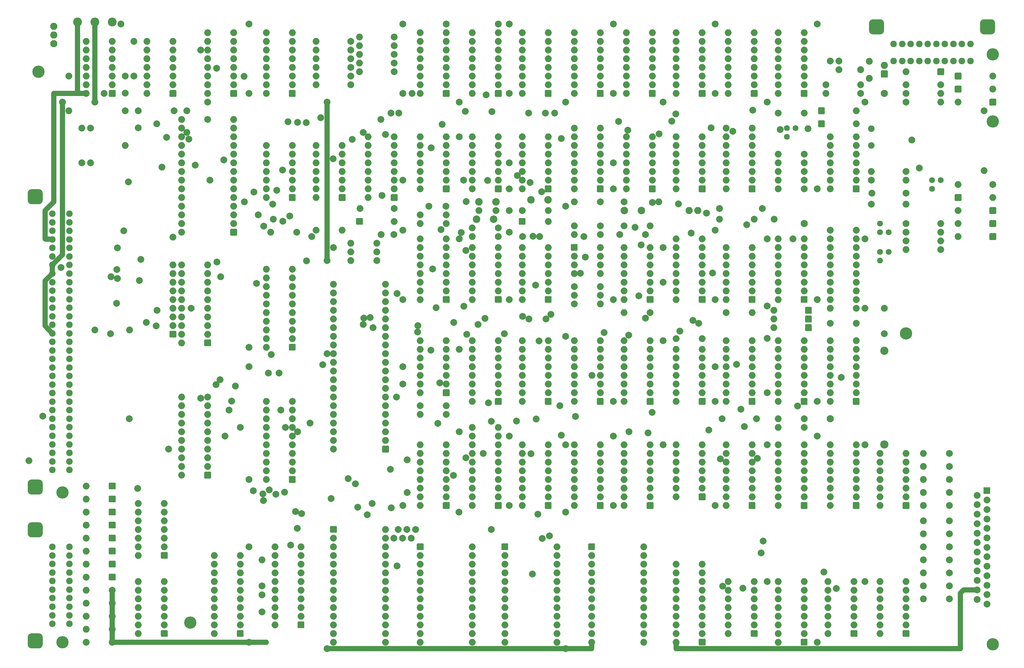
<source format=gts>
G04 #@! TF.GenerationSoftware,KiCad,Pcbnew,5.1.10-88a1d61d58~90~ubuntu20.04.1*
G04 #@! TF.CreationDate,2021-07-24T14:54:54+02:00*
G04 #@! TF.ProjectId,mistrum,6d697374-7275-46d2-9e6b-696361645f70,rev?*
G04 #@! TF.SameCoordinates,PX2faf080PYdb58580*
G04 #@! TF.FileFunction,Soldermask,Top*
G04 #@! TF.FilePolarity,Negative*
%FSLAX46Y46*%
G04 Gerber Fmt 4.6, Leading zero omitted, Abs format (unit mm)*
G04 Created by KiCad (PCBNEW 5.1.10-88a1d61d58~90~ubuntu20.04.1) date 2021-07-24 14:54:54*
%MOMM*%
%LPD*%
G01*
G04 APERTURE LIST*
%ADD10C,1.500000*%
%ADD11C,0.120000*%
%ADD12C,3.600000*%
%ADD13C,2.000000*%
%ADD14C,1.924000*%
%ADD15O,2.000000X2.000000*%
%ADD16C,1.720800*%
%ADD17C,2.200000*%
%ADD18C,2.400000*%
%ADD19O,2.400000X2.400000*%
%ADD20O,2.100000X2.100000*%
%ADD21C,2.100000*%
%ADD22C,2.600000*%
%ADD23C,1.900000*%
%ADD24C,2.020000*%
G04 APERTURE END LIST*
D10*
X90335000Y162690000D02*
X90335000Y116335000D01*
X276771000Y19880000D02*
X280708000Y19880000D01*
X275755000Y18926000D02*
X276644000Y19815000D01*
X275755000Y2670000D02*
X275755000Y18926000D01*
X192570000Y2670000D02*
X275755000Y2670000D01*
X192570000Y4575000D02*
X192570000Y2670000D01*
X167805000Y2670000D02*
X167805000Y4575000D01*
X90335000Y2670000D02*
X167805000Y2670000D01*
X27470000Y4575000D02*
X72555000Y4575000D01*
X27470000Y19815000D02*
X27470000Y4575000D01*
X7785000Y97158000D02*
X9944000Y94999000D01*
X7785000Y110366000D02*
X7785000Y97158000D01*
X9944000Y112525000D02*
X7785000Y110366000D01*
X9944000Y115065000D02*
X9944000Y112525000D01*
X12865000Y117986000D02*
X9944000Y115065000D01*
X12865000Y162690000D02*
X12865000Y117986000D01*
X22390000Y186185000D02*
X22390000Y162690000D01*
X7912000Y122558000D02*
X9944000Y122558000D01*
D11*
X7912000Y123066000D02*
X8166000Y122558000D01*
D10*
X7785000Y130940000D02*
X7785000Y122685000D01*
X10325000Y133480000D02*
X7785000Y130940000D01*
X10325000Y165230000D02*
X10325000Y133480000D01*
X19850000Y165230000D02*
X10325000Y165230000D01*
X17310000Y186185000D02*
X17310000Y165230000D01*
D12*
X259880000Y95000000D03*
X12865000Y4575000D03*
X285280000Y157000000D03*
X50330000Y10290000D03*
X5880000Y171580000D03*
X285280000Y176660000D03*
X285280000Y3940000D03*
X12865000Y48390000D03*
D13*
X129070000Y66170000D03*
X129070000Y90300000D03*
X129070000Y122685000D03*
X129070000Y162690000D03*
X129070000Y152530000D03*
X188760000Y62360000D03*
X188760000Y92840000D03*
X188760000Y109985000D03*
X188760000Y120145000D03*
X188760000Y162690000D03*
X67475000Y4575000D03*
X67475000Y32515000D03*
X67475000Y52200000D03*
X67475000Y85220000D03*
X67475000Y90935000D03*
X67475000Y165230000D03*
X67475000Y185550000D03*
G36*
G01*
X285950920Y185839740D02*
X285950920Y183639740D01*
G75*
G02*
X284850920Y182539740I-1100000J0D01*
G01*
X282650920Y182539740D01*
G75*
G02*
X281550920Y183639740I0J1100000D01*
G01*
X281550920Y185839740D01*
G75*
G02*
X282650920Y186939740I1100000J0D01*
G01*
X284850920Y186939740D01*
G75*
G02*
X285950920Y185839740I0J-1100000D01*
G01*
G37*
G36*
G01*
X253449080Y185839740D02*
X253449080Y183639740D01*
G75*
G02*
X252349080Y182539740I-1100000J0D01*
G01*
X250149080Y182539740D01*
G75*
G02*
X249049080Y183639740I0J1100000D01*
G01*
X249049080Y185839740D01*
G75*
G02*
X250149080Y186939740I1100000J0D01*
G01*
X252349080Y186939740D01*
G75*
G02*
X253449080Y185839740I0J-1100000D01*
G01*
G37*
D14*
X268749680Y179741020D03*
X271249040Y179741020D03*
X273748400Y179741020D03*
X276250300Y179741020D03*
X278749660Y179741020D03*
X266250320Y179741020D03*
X263750960Y179741020D03*
X261249060Y179741020D03*
X258749700Y179741020D03*
X256250340Y179741020D03*
X256250340Y174742300D03*
X258749700Y174742300D03*
X261249060Y174742300D03*
X263750960Y174742300D03*
X266250320Y174742300D03*
X278749660Y174742300D03*
X276250300Y174742300D03*
X273748400Y174742300D03*
X271249040Y174742300D03*
X268749680Y174742300D03*
X9910980Y54996900D03*
X9910980Y57498800D03*
X9910980Y59998160D03*
X9910980Y62497520D03*
X9910980Y64996880D03*
X9910980Y67498780D03*
X9910980Y69998140D03*
X14912240Y72497500D03*
X14912240Y74996860D03*
X14912240Y77496220D03*
X14912240Y79998120D03*
X14912240Y82497480D03*
X14912240Y84996840D03*
X14912240Y87496200D03*
X14912240Y89998100D03*
X14912240Y92497460D03*
X9910980Y72497500D03*
X9910980Y74996860D03*
X9910980Y77496220D03*
X9910980Y79998120D03*
X9910980Y82497480D03*
X9910980Y84996840D03*
X9910980Y87496200D03*
X9910980Y89998100D03*
X9910980Y92497460D03*
X14912240Y94999360D03*
X14912240Y97498720D03*
X14912240Y99998080D03*
X14912240Y102497440D03*
X14912240Y104999340D03*
X9910980Y94999360D03*
X9910980Y97498720D03*
X9910980Y99998080D03*
X9910980Y104999340D03*
X9910980Y102497440D03*
G36*
G01*
X3812260Y137199280D02*
X6012260Y137199280D01*
G75*
G02*
X7112260Y136099280I0J-1100000D01*
G01*
X7112260Y133899280D01*
G75*
G02*
X6012260Y132799280I-1100000J0D01*
G01*
X3812260Y132799280D01*
G75*
G02*
X2712260Y133899280I0J1100000D01*
G01*
X2712260Y136099280D01*
G75*
G02*
X3812260Y137199280I1100000J0D01*
G01*
G37*
G36*
G01*
X3812260Y52200720D02*
X6012260Y52200720D01*
G75*
G02*
X7112260Y51100720I0J-1100000D01*
G01*
X7112260Y48900720D01*
G75*
G02*
X6012260Y47800720I-1100000J0D01*
G01*
X3812260Y47800720D01*
G75*
G02*
X2712260Y48900720I0J1100000D01*
G01*
X2712260Y51100720D01*
G75*
G02*
X3812260Y52200720I1100000J0D01*
G01*
G37*
X9910980Y119998040D03*
X9910980Y122497400D03*
X9910980Y124996760D03*
X9910980Y127498660D03*
X9910980Y129998020D03*
X9910980Y117498680D03*
X9910980Y114999320D03*
X9910980Y112497420D03*
X9910980Y109998060D03*
X9910980Y107498700D03*
X14909700Y107498700D03*
X14909700Y109998060D03*
X14909700Y112497420D03*
X14909700Y114999320D03*
X14909700Y117498680D03*
X14909700Y129998020D03*
X14909700Y127498660D03*
X14909700Y124996760D03*
X14909700Y122497400D03*
X14909700Y119998040D03*
X14912240Y69998140D03*
X14912240Y67498780D03*
X14912240Y64996880D03*
X14912240Y62497520D03*
X14912240Y59998160D03*
X14912240Y57498800D03*
X14912240Y54996900D03*
X14909700Y22461680D03*
X14909700Y24961040D03*
X14909700Y27460400D03*
X14909700Y29962300D03*
X14909700Y32461660D03*
X14909700Y19962320D03*
X14909700Y17462960D03*
X14909700Y14961060D03*
X14909700Y12461700D03*
X14909700Y9962340D03*
X9910980Y9962340D03*
X9910980Y12461700D03*
X9910980Y14961060D03*
X9910980Y17462960D03*
X9910980Y19962320D03*
X9910980Y32461660D03*
X9910980Y29962300D03*
X9910980Y27460400D03*
X9910980Y24961040D03*
X9910980Y22461680D03*
G36*
G01*
X3812260Y7161080D02*
X6012260Y7161080D01*
G75*
G02*
X7112260Y6061080I0J-1100000D01*
G01*
X7112260Y3861080D01*
G75*
G02*
X6012260Y2761080I-1100000J0D01*
G01*
X3812260Y2761080D01*
G75*
G02*
X2712260Y3861080I0J1100000D01*
G01*
X2712260Y6061080D01*
G75*
G02*
X3812260Y7161080I1100000J0D01*
G01*
G37*
G36*
G01*
X3812260Y39662920D02*
X6012260Y39662920D01*
G75*
G02*
X7112260Y38562920I0J-1100000D01*
G01*
X7112260Y36362920D01*
G75*
G02*
X6012260Y35262920I-1100000J0D01*
G01*
X3812260Y35262920D01*
G75*
G02*
X2712260Y36362920I0J1100000D01*
G01*
X2712260Y38562920D01*
G75*
G02*
X3812260Y39662920I1100000J0D01*
G01*
G37*
G36*
G01*
X46050000Y93745000D02*
X44450000Y93745000D01*
G75*
G02*
X44250000Y93945000I0J200000D01*
G01*
X44250000Y95545000D01*
G75*
G02*
X44450000Y95745000I200000J0D01*
G01*
X46050000Y95745000D01*
G75*
G02*
X46250000Y95545000I0J-200000D01*
G01*
X46250000Y93945000D01*
G75*
G02*
X46050000Y93745000I-200000J0D01*
G01*
G37*
D15*
X45250000Y97285000D03*
X45250000Y99825000D03*
X45250000Y102365000D03*
X45250000Y104905000D03*
X45250000Y107445000D03*
X45250000Y109985000D03*
X45250000Y112525000D03*
X45250000Y115065000D03*
D16*
X270040000Y139830000D03*
X267500000Y139830000D03*
X267500000Y137290000D03*
X254800000Y118875000D03*
X252260000Y118875000D03*
X252260000Y116335000D03*
X254800000Y124590000D03*
X252260000Y124590000D03*
X252260000Y127130000D03*
D17*
X182370000Y130940000D03*
X177370000Y130940000D03*
X155065000Y134115000D03*
X150065000Y134115000D03*
X139825000Y133480000D03*
X134825000Y133480000D03*
D13*
X116250000Y37595000D03*
X113710000Y37595000D03*
X111170000Y37595000D03*
G36*
G01*
X282748000Y49965000D02*
X284348000Y49965000D01*
G75*
G02*
X284548000Y49765000I0J-200000D01*
G01*
X284548000Y48165000D01*
G75*
G02*
X284348000Y47965000I-200000J0D01*
G01*
X282748000Y47965000D01*
G75*
G02*
X282548000Y48165000I0J200000D01*
G01*
X282548000Y49765000D01*
G75*
G02*
X282748000Y49965000I200000J0D01*
G01*
G37*
X283548000Y46195000D03*
X283548000Y43425000D03*
X283548000Y40655000D03*
X283548000Y37885000D03*
X283548000Y35115000D03*
X283548000Y32345000D03*
X283548000Y29575000D03*
X283548000Y26805000D03*
X283548000Y24035000D03*
X283548000Y21265000D03*
X283548000Y18495000D03*
X283548000Y15725000D03*
X280708000Y47580000D03*
X280708000Y44810000D03*
X280708000Y42040000D03*
X280708000Y39270000D03*
X280708000Y36500000D03*
X280708000Y33730000D03*
X280708000Y30960000D03*
X280708000Y28190000D03*
X280708000Y25420000D03*
X280708000Y22650000D03*
X280708000Y19880000D03*
X280708000Y17110000D03*
X109920000Y35000000D03*
X112460000Y35000000D03*
X115000000Y35000000D03*
D18*
X253530000Y89919000D03*
D19*
X253530000Y62419000D03*
D13*
X205270000Y131575000D03*
X217770000Y131575000D03*
D20*
X198920000Y130940000D03*
X196380000Y130940000D03*
D17*
X134150000Y128400000D03*
X139150000Y128400000D03*
D13*
X31280000Y170310000D03*
X31280000Y165310000D03*
X35090000Y160150000D03*
X35090000Y155150000D03*
X240195000Y172215000D03*
X240195000Y174715000D03*
X237695000Y174715000D03*
X147565000Y123320000D03*
X152565000Y123320000D03*
X125180000Y132210000D03*
X120180000Y132210000D03*
X134785000Y130940000D03*
X139785000Y130940000D03*
X110020000Y131575000D03*
X100020000Y131575000D03*
X109960000Y123955000D03*
X106210000Y123955000D03*
D21*
X10325000Y179835000D03*
D20*
X10325000Y182375000D03*
X10325000Y184915000D03*
D22*
X17310000Y186185000D03*
X22390000Y186185000D03*
X27470000Y186185000D03*
D16*
X227495000Y155070000D03*
X224955000Y155070000D03*
X224955000Y152530000D03*
D21*
X230035000Y127130000D03*
D23*
X249720000Y149990000D03*
X249720000Y154890000D03*
D13*
X282740000Y160150000D03*
D15*
X282740000Y142650000D03*
D13*
X259880000Y136020000D03*
X249880000Y136020000D03*
X154470000Y99190000D03*
X149470000Y99190000D03*
X253530000Y102365000D03*
X253530000Y94865000D03*
X216065000Y69980000D03*
X206065000Y69980000D03*
D21*
X237655000Y69980000D03*
X253530000Y165230000D03*
D13*
X176060000Y123955000D03*
X183560000Y123955000D03*
X71285000Y13465000D03*
X71285000Y18465000D03*
G36*
G01*
X161725000Y119345000D02*
X161725000Y120945000D01*
G75*
G02*
X161925000Y121145000I200000J0D01*
G01*
X163525000Y121145000D01*
G75*
G02*
X163725000Y120945000I0J-200000D01*
G01*
X163725000Y119345000D01*
G75*
G02*
X163525000Y119145000I-200000J0D01*
G01*
X161925000Y119145000D01*
G75*
G02*
X161725000Y119345000I0J200000D01*
G01*
G37*
D15*
X170345000Y112525000D03*
X162725000Y117605000D03*
X170345000Y115065000D03*
X162725000Y115065000D03*
X170345000Y117605000D03*
X162725000Y112525000D03*
X170345000Y120145000D03*
G36*
G01*
X28470000Y166030000D02*
X28470000Y164430000D01*
G75*
G02*
X28270000Y164230000I-200000J0D01*
G01*
X26670000Y164230000D01*
G75*
G02*
X26470000Y164430000I0J200000D01*
G01*
X26470000Y166030000D01*
G75*
G02*
X26670000Y166230000I200000J0D01*
G01*
X28270000Y166230000D01*
G75*
G02*
X28470000Y166030000I0J-200000D01*
G01*
G37*
X19850000Y180470000D03*
X27470000Y167770000D03*
X19850000Y177930000D03*
X27470000Y170310000D03*
X19850000Y175390000D03*
X27470000Y172850000D03*
X19850000Y172850000D03*
X27470000Y175390000D03*
X19850000Y170310000D03*
X27470000Y177930000D03*
X19850000Y167770000D03*
X27470000Y180470000D03*
X19850000Y165230000D03*
X147485000Y137290000D03*
X155105000Y152530000D03*
X147485000Y139830000D03*
X155105000Y149990000D03*
X147485000Y142370000D03*
X155105000Y147450000D03*
X147485000Y144910000D03*
X155105000Y144910000D03*
X147485000Y147450000D03*
X155105000Y142370000D03*
X147485000Y149990000D03*
X155105000Y139830000D03*
X147485000Y152530000D03*
G36*
G01*
X156105000Y138090000D02*
X156105000Y136490000D01*
G75*
G02*
X155905000Y136290000I-200000J0D01*
G01*
X154305000Y136290000D01*
G75*
G02*
X154105000Y136490000I0J200000D01*
G01*
X154105000Y138090000D01*
G75*
G02*
X154305000Y138290000I200000J0D01*
G01*
X155905000Y138290000D01*
G75*
G02*
X156105000Y138090000I0J-200000D01*
G01*
G37*
G36*
G01*
X108480000Y61890000D02*
X108480000Y60290000D01*
G75*
G02*
X108280000Y60090000I-200000J0D01*
G01*
X106680000Y60090000D01*
G75*
G02*
X106480000Y60290000I0J200000D01*
G01*
X106480000Y61890000D01*
G75*
G02*
X106680000Y62090000I200000J0D01*
G01*
X108280000Y62090000D01*
G75*
G02*
X108480000Y61890000I0J-200000D01*
G01*
G37*
X92240000Y109350000D03*
X107480000Y63630000D03*
X92240000Y106810000D03*
X107480000Y66170000D03*
X92240000Y104270000D03*
X107480000Y68710000D03*
X92240000Y101730000D03*
X107480000Y71250000D03*
X92240000Y99190000D03*
X107480000Y73790000D03*
X92240000Y96650000D03*
X107480000Y76330000D03*
X92240000Y94110000D03*
X107480000Y78870000D03*
X92240000Y91570000D03*
X107480000Y81410000D03*
X92240000Y89030000D03*
X107480000Y83950000D03*
X92240000Y86490000D03*
X107480000Y86490000D03*
X92240000Y83950000D03*
X107480000Y89030000D03*
X92240000Y81410000D03*
X107480000Y91570000D03*
X92240000Y78870000D03*
X107480000Y94110000D03*
X92240000Y76330000D03*
X107480000Y96650000D03*
X92240000Y73790000D03*
X107480000Y99190000D03*
X92240000Y71250000D03*
X107480000Y101730000D03*
X92240000Y68710000D03*
X107480000Y104270000D03*
X92240000Y66170000D03*
X107480000Y106810000D03*
X92240000Y63630000D03*
X107480000Y109350000D03*
X92240000Y61090000D03*
X132880000Y137290000D03*
X140500000Y152530000D03*
X132880000Y139830000D03*
X140500000Y149990000D03*
X132880000Y142370000D03*
X140500000Y147450000D03*
X132880000Y144910000D03*
X140500000Y144910000D03*
X132880000Y147450000D03*
X140500000Y142370000D03*
X132880000Y149990000D03*
X140500000Y139830000D03*
X132880000Y152530000D03*
G36*
G01*
X141500000Y138090000D02*
X141500000Y136490000D01*
G75*
G02*
X141300000Y136290000I-200000J0D01*
G01*
X139700000Y136290000D01*
G75*
G02*
X139500000Y136490000I0J200000D01*
G01*
X139500000Y138090000D01*
G75*
G02*
X139700000Y138290000I200000J0D01*
G01*
X141300000Y138290000D01*
G75*
G02*
X141500000Y138090000I0J-200000D01*
G01*
G37*
X35090000Y29975000D03*
X42710000Y45215000D03*
X35090000Y32515000D03*
X42710000Y42675000D03*
X35090000Y35055000D03*
X42710000Y40135000D03*
X35090000Y37595000D03*
X42710000Y37595000D03*
X35090000Y40135000D03*
X42710000Y35055000D03*
X35090000Y42675000D03*
X42710000Y32515000D03*
X35090000Y45215000D03*
G36*
G01*
X43710000Y30775000D02*
X43710000Y29175000D01*
G75*
G02*
X43510000Y28975000I-200000J0D01*
G01*
X41910000Y28975000D01*
G75*
G02*
X41710000Y29175000I0J200000D01*
G01*
X41710000Y30775000D01*
G75*
G02*
X41910000Y30975000I200000J0D01*
G01*
X43510000Y30975000D01*
G75*
G02*
X43710000Y30775000I0J-200000D01*
G01*
G37*
X35090000Y7115000D03*
X42710000Y22355000D03*
X35090000Y9655000D03*
X42710000Y19815000D03*
X35090000Y12195000D03*
X42710000Y17275000D03*
X35090000Y14735000D03*
X42710000Y14735000D03*
X35090000Y17275000D03*
X42710000Y12195000D03*
X35090000Y19815000D03*
X42710000Y9655000D03*
X35090000Y22355000D03*
G36*
G01*
X43710000Y7915000D02*
X43710000Y6315000D01*
G75*
G02*
X43510000Y6115000I-200000J0D01*
G01*
X41910000Y6115000D01*
G75*
G02*
X41710000Y6315000I0J200000D01*
G01*
X41710000Y7915000D01*
G75*
G02*
X41910000Y8115000I200000J0D01*
G01*
X43510000Y8115000D01*
G75*
G02*
X43710000Y7915000I0J-200000D01*
G01*
G37*
X37630000Y165230000D03*
X45250000Y180470000D03*
X37630000Y167770000D03*
X45250000Y177930000D03*
X37630000Y170310000D03*
X45250000Y175390000D03*
X37630000Y172850000D03*
X45250000Y172850000D03*
X37630000Y175390000D03*
X45250000Y170310000D03*
X37630000Y177930000D03*
X45250000Y167770000D03*
X37630000Y180470000D03*
G36*
G01*
X46250000Y166030000D02*
X46250000Y164430000D01*
G75*
G02*
X46050000Y164230000I-200000J0D01*
G01*
X44450000Y164230000D01*
G75*
G02*
X44250000Y164430000I0J200000D01*
G01*
X44250000Y166030000D01*
G75*
G02*
X44450000Y166230000I200000J0D01*
G01*
X46050000Y166230000D01*
G75*
G02*
X46250000Y166030000I0J-200000D01*
G01*
G37*
G36*
G01*
X81175000Y135550000D02*
X81175000Y133950000D01*
G75*
G02*
X80975000Y133750000I-200000J0D01*
G01*
X79375000Y133750000D01*
G75*
G02*
X79175000Y133950000I0J200000D01*
G01*
X79175000Y135550000D01*
G75*
G02*
X79375000Y135750000I200000J0D01*
G01*
X80975000Y135750000D01*
G75*
G02*
X81175000Y135550000I0J-200000D01*
G01*
G37*
X72555000Y149990000D03*
X80175000Y137290000D03*
X72555000Y147450000D03*
X80175000Y139830000D03*
X72555000Y144910000D03*
X80175000Y142370000D03*
X72555000Y142370000D03*
X80175000Y144910000D03*
X72555000Y139830000D03*
X80175000Y147450000D03*
X72555000Y137290000D03*
X80175000Y149990000D03*
X72555000Y134750000D03*
G36*
G01*
X95780000Y135550000D02*
X95780000Y133950000D01*
G75*
G02*
X95580000Y133750000I-200000J0D01*
G01*
X93980000Y133750000D01*
G75*
G02*
X93780000Y133950000I0J200000D01*
G01*
X93780000Y135550000D01*
G75*
G02*
X93980000Y135750000I200000J0D01*
G01*
X95580000Y135750000D01*
G75*
G02*
X95780000Y135550000I0J-200000D01*
G01*
G37*
X87160000Y149990000D03*
X94780000Y137290000D03*
X87160000Y147450000D03*
X94780000Y139830000D03*
X87160000Y144910000D03*
X94780000Y142370000D03*
X87160000Y142370000D03*
X94780000Y144910000D03*
X87160000Y139830000D03*
X94780000Y147450000D03*
X87160000Y137290000D03*
X94780000Y149990000D03*
X87160000Y134750000D03*
X102400000Y134750000D03*
X110020000Y152530000D03*
X102400000Y137290000D03*
X110020000Y149990000D03*
X102400000Y139830000D03*
X110020000Y147450000D03*
X102400000Y142370000D03*
X110020000Y144910000D03*
X102400000Y144910000D03*
X110020000Y142370000D03*
X102400000Y147450000D03*
X110020000Y139830000D03*
X102400000Y149990000D03*
X110020000Y137290000D03*
X102400000Y152530000D03*
G36*
G01*
X111020000Y135550000D02*
X111020000Y133950000D01*
G75*
G02*
X110820000Y133750000I-200000J0D01*
G01*
X109220000Y133750000D01*
G75*
G02*
X109020000Y133950000I0J200000D01*
G01*
X109020000Y135550000D01*
G75*
G02*
X109220000Y135750000I200000J0D01*
G01*
X110820000Y135750000D01*
G75*
G02*
X111020000Y135550000I0J-200000D01*
G01*
G37*
X55410000Y165230000D03*
X63030000Y183010000D03*
X55410000Y167770000D03*
X63030000Y180470000D03*
X55410000Y170310000D03*
X63030000Y177930000D03*
X55410000Y172850000D03*
X63030000Y175390000D03*
X55410000Y175390000D03*
X63030000Y172850000D03*
X55410000Y177930000D03*
X63030000Y170310000D03*
X55410000Y180470000D03*
X63030000Y167770000D03*
X55410000Y183010000D03*
G36*
G01*
X64030000Y166030000D02*
X64030000Y164430000D01*
G75*
G02*
X63830000Y164230000I-200000J0D01*
G01*
X62230000Y164230000D01*
G75*
G02*
X62030000Y164430000I0J200000D01*
G01*
X62030000Y166030000D01*
G75*
G02*
X62230000Y166230000I200000J0D01*
G01*
X63830000Y166230000D01*
G75*
G02*
X64030000Y166030000I0J-200000D01*
G01*
G37*
G36*
G01*
X81175000Y53000000D02*
X81175000Y51400000D01*
G75*
G02*
X80975000Y51200000I-200000J0D01*
G01*
X79375000Y51200000D01*
G75*
G02*
X79175000Y51400000I0J200000D01*
G01*
X79175000Y53000000D01*
G75*
G02*
X79375000Y53200000I200000J0D01*
G01*
X80975000Y53200000D01*
G75*
G02*
X81175000Y53000000I0J-200000D01*
G01*
G37*
X72555000Y75060000D03*
X80175000Y54740000D03*
X72555000Y72520000D03*
X80175000Y57280000D03*
X72555000Y69980000D03*
X80175000Y59820000D03*
X72555000Y67440000D03*
X80175000Y62360000D03*
X72555000Y64900000D03*
X80175000Y64900000D03*
X72555000Y62360000D03*
X80175000Y67440000D03*
X72555000Y59820000D03*
X80175000Y69980000D03*
X72555000Y57280000D03*
X80175000Y72520000D03*
X72555000Y54740000D03*
X80175000Y75060000D03*
X72555000Y52200000D03*
G36*
G01*
X56410000Y54270000D02*
X56410000Y52670000D01*
G75*
G02*
X56210000Y52470000I-200000J0D01*
G01*
X54610000Y52470000D01*
G75*
G02*
X54410000Y52670000I0J200000D01*
G01*
X54410000Y54270000D01*
G75*
G02*
X54610000Y54470000I200000J0D01*
G01*
X56210000Y54470000D01*
G75*
G02*
X56410000Y54270000I0J-200000D01*
G01*
G37*
X47790000Y76330000D03*
X55410000Y56010000D03*
X47790000Y73790000D03*
X55410000Y58550000D03*
X47790000Y71250000D03*
X55410000Y61090000D03*
X47790000Y68710000D03*
X55410000Y63630000D03*
X47790000Y66170000D03*
X55410000Y66170000D03*
X47790000Y63630000D03*
X55410000Y68710000D03*
X47790000Y61090000D03*
X55410000Y71250000D03*
X47790000Y58550000D03*
X55410000Y73790000D03*
X47790000Y56010000D03*
X55410000Y76330000D03*
X47790000Y53470000D03*
X47790000Y92205000D03*
X55410000Y115065000D03*
X47790000Y94745000D03*
X55410000Y112525000D03*
X47790000Y97285000D03*
X55410000Y109985000D03*
X47790000Y99825000D03*
X55410000Y107445000D03*
X47790000Y102365000D03*
X55410000Y104905000D03*
X47790000Y104905000D03*
X55410000Y102365000D03*
X47790000Y107445000D03*
X55410000Y99825000D03*
X47790000Y109985000D03*
X55410000Y97285000D03*
X47790000Y112525000D03*
X55410000Y94745000D03*
X47790000Y115065000D03*
G36*
G01*
X56410000Y93005000D02*
X56410000Y91405000D01*
G75*
G02*
X56210000Y91205000I-200000J0D01*
G01*
X54610000Y91205000D01*
G75*
G02*
X54410000Y91405000I0J200000D01*
G01*
X54410000Y93005000D01*
G75*
G02*
X54610000Y93205000I200000J0D01*
G01*
X56210000Y93205000D01*
G75*
G02*
X56410000Y93005000I0J-200000D01*
G01*
G37*
X72555000Y90935000D03*
X80175000Y113795000D03*
X72555000Y93475000D03*
X80175000Y111255000D03*
X72555000Y96015000D03*
X80175000Y108715000D03*
X72555000Y98555000D03*
X80175000Y106175000D03*
X72555000Y101095000D03*
X80175000Y103635000D03*
X72555000Y103635000D03*
X80175000Y101095000D03*
X72555000Y106175000D03*
X80175000Y98555000D03*
X72555000Y108715000D03*
X80175000Y96015000D03*
X72555000Y111255000D03*
X80175000Y93475000D03*
X72555000Y113795000D03*
G36*
G01*
X81175000Y91735000D02*
X81175000Y90135000D01*
G75*
G02*
X80975000Y89935000I-200000J0D01*
G01*
X79375000Y89935000D01*
G75*
G02*
X79175000Y90135000I0J200000D01*
G01*
X79175000Y91735000D01*
G75*
G02*
X79375000Y91935000I200000J0D01*
G01*
X80975000Y91935000D01*
G75*
G02*
X81175000Y91735000I0J-200000D01*
G01*
G37*
G36*
G01*
X81175000Y166030000D02*
X81175000Y164430000D01*
G75*
G02*
X80975000Y164230000I-200000J0D01*
G01*
X79375000Y164230000D01*
G75*
G02*
X79175000Y164430000I0J200000D01*
G01*
X79175000Y166030000D01*
G75*
G02*
X79375000Y166230000I200000J0D01*
G01*
X80975000Y166230000D01*
G75*
G02*
X81175000Y166030000I0J-200000D01*
G01*
G37*
X72555000Y183010000D03*
X80175000Y167770000D03*
X72555000Y180470000D03*
X80175000Y170310000D03*
X72555000Y177930000D03*
X80175000Y172850000D03*
X72555000Y175390000D03*
X80175000Y175390000D03*
X72555000Y172850000D03*
X80175000Y177930000D03*
X72555000Y170310000D03*
X80175000Y180470000D03*
X72555000Y167770000D03*
X80175000Y183010000D03*
X72555000Y165230000D03*
G36*
G01*
X64030000Y125390000D02*
X64030000Y123790000D01*
G75*
G02*
X63830000Y123590000I-200000J0D01*
G01*
X62230000Y123590000D01*
G75*
G02*
X62030000Y123790000I0J200000D01*
G01*
X62030000Y125390000D01*
G75*
G02*
X62230000Y125590000I200000J0D01*
G01*
X63830000Y125590000D01*
G75*
G02*
X64030000Y125390000I0J-200000D01*
G01*
G37*
X47790000Y157610000D03*
X63030000Y127130000D03*
X47790000Y155070000D03*
X63030000Y129670000D03*
X47790000Y152530000D03*
X63030000Y132210000D03*
X47790000Y149990000D03*
X63030000Y134750000D03*
X47790000Y147450000D03*
X63030000Y137290000D03*
X47790000Y144910000D03*
X63030000Y139830000D03*
X47790000Y142370000D03*
X63030000Y142370000D03*
X47790000Y139830000D03*
X63030000Y144910000D03*
X47790000Y137290000D03*
X63030000Y147450000D03*
X47790000Y134750000D03*
X63030000Y149990000D03*
X47790000Y132210000D03*
X63030000Y152530000D03*
X47790000Y129670000D03*
X63030000Y155070000D03*
X47790000Y127130000D03*
X63030000Y157610000D03*
X47790000Y124590000D03*
X57315000Y7115000D03*
X64935000Y29975000D03*
X57315000Y9655000D03*
X64935000Y27435000D03*
X57315000Y12195000D03*
X64935000Y24895000D03*
X57315000Y14735000D03*
X64935000Y22355000D03*
X57315000Y17275000D03*
X64935000Y19815000D03*
X57315000Y19815000D03*
X64935000Y17275000D03*
X57315000Y22355000D03*
X64935000Y14735000D03*
X57315000Y24895000D03*
X64935000Y12195000D03*
X57315000Y27435000D03*
X64935000Y9655000D03*
X57315000Y29975000D03*
G36*
G01*
X65935000Y7915000D02*
X65935000Y6315000D01*
G75*
G02*
X65735000Y6115000I-200000J0D01*
G01*
X64135000Y6115000D01*
G75*
G02*
X63935000Y6315000I0J200000D01*
G01*
X63935000Y7915000D01*
G75*
G02*
X64135000Y8115000I200000J0D01*
G01*
X65735000Y8115000D01*
G75*
G02*
X65935000Y7915000I0J-200000D01*
G01*
G37*
G36*
G01*
X201190000Y5375000D02*
X201190000Y3775000D01*
G75*
G02*
X200990000Y3575000I-200000J0D01*
G01*
X199390000Y3575000D01*
G75*
G02*
X199190000Y3775000I0J200000D01*
G01*
X199190000Y5375000D01*
G75*
G02*
X199390000Y5575000I200000J0D01*
G01*
X200990000Y5575000D01*
G75*
G02*
X201190000Y5375000I0J-200000D01*
G01*
G37*
X192570000Y27435000D03*
X200190000Y7115000D03*
X192570000Y24895000D03*
X200190000Y9655000D03*
X192570000Y22355000D03*
X200190000Y12195000D03*
X192570000Y19815000D03*
X200190000Y14735000D03*
X192570000Y17275000D03*
X200190000Y17275000D03*
X192570000Y14735000D03*
X200190000Y19815000D03*
X192570000Y12195000D03*
X200190000Y22355000D03*
X192570000Y9655000D03*
X200190000Y24895000D03*
X192570000Y7115000D03*
X200190000Y27435000D03*
X192570000Y4575000D03*
G36*
G01*
X141500000Y45380000D02*
X141500000Y43780000D01*
G75*
G02*
X141300000Y43580000I-200000J0D01*
G01*
X139700000Y43580000D01*
G75*
G02*
X139500000Y43780000I0J200000D01*
G01*
X139500000Y45380000D01*
G75*
G02*
X139700000Y45580000I200000J0D01*
G01*
X141300000Y45580000D01*
G75*
G02*
X141500000Y45380000I0J-200000D01*
G01*
G37*
X132880000Y67440000D03*
X140500000Y47120000D03*
X132880000Y64900000D03*
X140500000Y49660000D03*
X132880000Y62360000D03*
X140500000Y52200000D03*
X132880000Y59820000D03*
X140500000Y54740000D03*
X132880000Y57280000D03*
X140500000Y57280000D03*
X132880000Y54740000D03*
X140500000Y59820000D03*
X132880000Y52200000D03*
X140500000Y62360000D03*
X132880000Y49660000D03*
X140500000Y64900000D03*
X132880000Y47120000D03*
X140500000Y67440000D03*
X132880000Y44580000D03*
G36*
G01*
X126260000Y138090000D02*
X126260000Y136490000D01*
G75*
G02*
X126060000Y136290000I-200000J0D01*
G01*
X124460000Y136290000D01*
G75*
G02*
X124260000Y136490000I0J200000D01*
G01*
X124260000Y138090000D01*
G75*
G02*
X124460000Y138290000I200000J0D01*
G01*
X126060000Y138290000D01*
G75*
G02*
X126260000Y138090000I0J-200000D01*
G01*
G37*
X117640000Y152530000D03*
X125260000Y139830000D03*
X117640000Y149990000D03*
X125260000Y142370000D03*
X117640000Y147450000D03*
X125260000Y144910000D03*
X117640000Y144910000D03*
X125260000Y147450000D03*
X117640000Y142370000D03*
X125260000Y149990000D03*
X117640000Y139830000D03*
X125260000Y152530000D03*
X117640000Y137290000D03*
G36*
G01*
X126260000Y166030000D02*
X126260000Y164430000D01*
G75*
G02*
X126060000Y164230000I-200000J0D01*
G01*
X124460000Y164230000D01*
G75*
G02*
X124260000Y164430000I0J200000D01*
G01*
X124260000Y166030000D01*
G75*
G02*
X124460000Y166230000I200000J0D01*
G01*
X126060000Y166230000D01*
G75*
G02*
X126260000Y166030000I0J-200000D01*
G01*
G37*
X117640000Y183010000D03*
X125260000Y167770000D03*
X117640000Y180470000D03*
X125260000Y170310000D03*
X117640000Y177930000D03*
X125260000Y172850000D03*
X117640000Y175390000D03*
X125260000Y175390000D03*
X117640000Y172850000D03*
X125260000Y177930000D03*
X117640000Y170310000D03*
X125260000Y180470000D03*
X117640000Y167770000D03*
X125260000Y183010000D03*
X117640000Y165230000D03*
G36*
G01*
X126260000Y45380000D02*
X126260000Y43780000D01*
G75*
G02*
X126060000Y43580000I-200000J0D01*
G01*
X124460000Y43580000D01*
G75*
G02*
X124260000Y43780000I0J200000D01*
G01*
X124260000Y45380000D01*
G75*
G02*
X124460000Y45580000I200000J0D01*
G01*
X126060000Y45580000D01*
G75*
G02*
X126260000Y45380000I0J-200000D01*
G01*
G37*
X117640000Y62360000D03*
X125260000Y47120000D03*
X117640000Y59820000D03*
X125260000Y49660000D03*
X117640000Y57280000D03*
X125260000Y52200000D03*
X117640000Y54740000D03*
X125260000Y54740000D03*
X117640000Y52200000D03*
X125260000Y57280000D03*
X117640000Y49660000D03*
X125260000Y59820000D03*
X117640000Y47120000D03*
X125260000Y62360000D03*
X117640000Y44580000D03*
X192570000Y104905000D03*
X200190000Y122685000D03*
X192570000Y107445000D03*
X200190000Y120145000D03*
X192570000Y109985000D03*
X200190000Y117605000D03*
X192570000Y112525000D03*
X200190000Y115065000D03*
X192570000Y115065000D03*
X200190000Y112525000D03*
X192570000Y117605000D03*
X200190000Y109985000D03*
X192570000Y120145000D03*
X200190000Y107445000D03*
X192570000Y122685000D03*
G36*
G01*
X201190000Y105705000D02*
X201190000Y104105000D01*
G75*
G02*
X200990000Y103905000I-200000J0D01*
G01*
X199390000Y103905000D01*
G75*
G02*
X199190000Y104105000I0J200000D01*
G01*
X199190000Y105705000D01*
G75*
G02*
X199390000Y105905000I200000J0D01*
G01*
X200990000Y105905000D01*
G75*
G02*
X201190000Y105705000I0J-200000D01*
G01*
G37*
G36*
G01*
X185950000Y45380000D02*
X185950000Y43780000D01*
G75*
G02*
X185750000Y43580000I-200000J0D01*
G01*
X184150000Y43580000D01*
G75*
G02*
X183950000Y43780000I0J200000D01*
G01*
X183950000Y45380000D01*
G75*
G02*
X184150000Y45580000I200000J0D01*
G01*
X185750000Y45580000D01*
G75*
G02*
X185950000Y45380000I0J-200000D01*
G01*
G37*
X177330000Y62360000D03*
X184950000Y47120000D03*
X177330000Y59820000D03*
X184950000Y49660000D03*
X177330000Y57280000D03*
X184950000Y52200000D03*
X177330000Y54740000D03*
X184950000Y54740000D03*
X177330000Y52200000D03*
X184950000Y57280000D03*
X177330000Y49660000D03*
X184950000Y59820000D03*
X177330000Y47120000D03*
X184950000Y62360000D03*
X177330000Y44580000D03*
G36*
G01*
X185950000Y75860000D02*
X185950000Y74260000D01*
G75*
G02*
X185750000Y74060000I-200000J0D01*
G01*
X184150000Y74060000D01*
G75*
G02*
X183950000Y74260000I0J200000D01*
G01*
X183950000Y75860000D01*
G75*
G02*
X184150000Y76060000I200000J0D01*
G01*
X185750000Y76060000D01*
G75*
G02*
X185950000Y75860000I0J-200000D01*
G01*
G37*
X177330000Y92840000D03*
X184950000Y77600000D03*
X177330000Y90300000D03*
X184950000Y80140000D03*
X177330000Y87760000D03*
X184950000Y82680000D03*
X177330000Y85220000D03*
X184950000Y85220000D03*
X177330000Y82680000D03*
X184950000Y87760000D03*
X177330000Y80140000D03*
X184950000Y90300000D03*
X177330000Y77600000D03*
X184950000Y92840000D03*
X177330000Y75060000D03*
X162725000Y44580000D03*
X170345000Y62360000D03*
X162725000Y47120000D03*
X170345000Y59820000D03*
X162725000Y49660000D03*
X170345000Y57280000D03*
X162725000Y52200000D03*
X170345000Y54740000D03*
X162725000Y54740000D03*
X170345000Y52200000D03*
X162725000Y57280000D03*
X170345000Y49660000D03*
X162725000Y59820000D03*
X170345000Y47120000D03*
X162725000Y62360000D03*
G36*
G01*
X171345000Y45380000D02*
X171345000Y43780000D01*
G75*
G02*
X171145000Y43580000I-200000J0D01*
G01*
X169545000Y43580000D01*
G75*
G02*
X169345000Y43780000I0J200000D01*
G01*
X169345000Y45380000D01*
G75*
G02*
X169545000Y45580000I200000J0D01*
G01*
X171145000Y45580000D01*
G75*
G02*
X171345000Y45380000I0J-200000D01*
G01*
G37*
G36*
G01*
X171345000Y75860000D02*
X171345000Y74260000D01*
G75*
G02*
X171145000Y74060000I-200000J0D01*
G01*
X169545000Y74060000D01*
G75*
G02*
X169345000Y74260000I0J200000D01*
G01*
X169345000Y75860000D01*
G75*
G02*
X169545000Y76060000I200000J0D01*
G01*
X171145000Y76060000D01*
G75*
G02*
X171345000Y75860000I0J-200000D01*
G01*
G37*
X162725000Y92840000D03*
X170345000Y77600000D03*
X162725000Y90300000D03*
X170345000Y80140000D03*
X162725000Y87760000D03*
X170345000Y82680000D03*
X162725000Y85220000D03*
X170345000Y85220000D03*
X162725000Y82680000D03*
X170345000Y87760000D03*
X162725000Y80140000D03*
X170345000Y90300000D03*
X162725000Y77600000D03*
X170345000Y92840000D03*
X162725000Y75060000D03*
X132880000Y165230000D03*
X140500000Y183010000D03*
X132880000Y167770000D03*
X140500000Y180470000D03*
X132880000Y170310000D03*
X140500000Y177930000D03*
X132880000Y172850000D03*
X140500000Y175390000D03*
X132880000Y175390000D03*
X140500000Y172850000D03*
X132880000Y177930000D03*
X140500000Y170310000D03*
X132880000Y180470000D03*
X140500000Y167770000D03*
X132880000Y183010000D03*
G36*
G01*
X141500000Y166030000D02*
X141500000Y164430000D01*
G75*
G02*
X141300000Y164230000I-200000J0D01*
G01*
X139700000Y164230000D01*
G75*
G02*
X139500000Y164430000I0J200000D01*
G01*
X139500000Y166030000D01*
G75*
G02*
X139700000Y166230000I200000J0D01*
G01*
X141300000Y166230000D01*
G75*
G02*
X141500000Y166030000I0J-200000D01*
G01*
G37*
X192570000Y137290000D03*
X200190000Y152530000D03*
X192570000Y139830000D03*
X200190000Y149990000D03*
X192570000Y142370000D03*
X200190000Y147450000D03*
X192570000Y144910000D03*
X200190000Y144910000D03*
X192570000Y147450000D03*
X200190000Y142370000D03*
X192570000Y149990000D03*
X200190000Y139830000D03*
X192570000Y152530000D03*
G36*
G01*
X201190000Y138090000D02*
X201190000Y136490000D01*
G75*
G02*
X200990000Y136290000I-200000J0D01*
G01*
X199390000Y136290000D01*
G75*
G02*
X199190000Y136490000I0J200000D01*
G01*
X199190000Y138090000D01*
G75*
G02*
X199390000Y138290000I200000J0D01*
G01*
X200990000Y138290000D01*
G75*
G02*
X201190000Y138090000I0J-200000D01*
G01*
G37*
X75095000Y9655000D03*
X82715000Y32515000D03*
X75095000Y12195000D03*
X82715000Y29975000D03*
X75095000Y14735000D03*
X82715000Y27435000D03*
X75095000Y17275000D03*
X82715000Y24895000D03*
X75095000Y19815000D03*
X82715000Y22355000D03*
X75095000Y22355000D03*
X82715000Y19815000D03*
X75095000Y24895000D03*
X82715000Y17275000D03*
X75095000Y27435000D03*
X82715000Y14735000D03*
X75095000Y29975000D03*
X82715000Y12195000D03*
X75095000Y32515000D03*
G36*
G01*
X83715000Y10455000D02*
X83715000Y8855000D01*
G75*
G02*
X83515000Y8655000I-200000J0D01*
G01*
X81915000Y8655000D01*
G75*
G02*
X81715000Y8855000I0J200000D01*
G01*
X81715000Y10455000D01*
G75*
G02*
X81915000Y10655000I200000J0D01*
G01*
X83515000Y10655000D01*
G75*
G02*
X83715000Y10455000I0J-200000D01*
G01*
G37*
X132880000Y75060000D03*
X140500000Y92840000D03*
X132880000Y77600000D03*
X140500000Y90300000D03*
X132880000Y80140000D03*
X140500000Y87760000D03*
X132880000Y82680000D03*
X140500000Y85220000D03*
X132880000Y85220000D03*
X140500000Y82680000D03*
X132880000Y87760000D03*
X140500000Y80140000D03*
X132880000Y90300000D03*
X140500000Y77600000D03*
X132880000Y92840000D03*
G36*
G01*
X141500000Y75860000D02*
X141500000Y74260000D01*
G75*
G02*
X141300000Y74060000I-200000J0D01*
G01*
X139700000Y74060000D01*
G75*
G02*
X139500000Y74260000I0J200000D01*
G01*
X139500000Y75860000D01*
G75*
G02*
X139700000Y76060000I200000J0D01*
G01*
X141300000Y76060000D01*
G75*
G02*
X141500000Y75860000I0J-200000D01*
G01*
G37*
X147485000Y75060000D03*
X155105000Y92840000D03*
X147485000Y77600000D03*
X155105000Y90300000D03*
X147485000Y80140000D03*
X155105000Y87760000D03*
X147485000Y82680000D03*
X155105000Y85220000D03*
X147485000Y85220000D03*
X155105000Y82680000D03*
X147485000Y87760000D03*
X155105000Y80140000D03*
X147485000Y90300000D03*
X155105000Y77600000D03*
X147485000Y92840000D03*
G36*
G01*
X156105000Y75860000D02*
X156105000Y74260000D01*
G75*
G02*
X155905000Y74060000I-200000J0D01*
G01*
X154305000Y74060000D01*
G75*
G02*
X154105000Y74260000I0J200000D01*
G01*
X154105000Y75860000D01*
G75*
G02*
X154305000Y76060000I200000J0D01*
G01*
X155905000Y76060000D01*
G75*
G02*
X156105000Y75860000I0J-200000D01*
G01*
G37*
X147485000Y44580000D03*
X155105000Y62360000D03*
X147485000Y47120000D03*
X155105000Y59820000D03*
X147485000Y49660000D03*
X155105000Y57280000D03*
X147485000Y52200000D03*
X155105000Y54740000D03*
X147485000Y54740000D03*
X155105000Y52200000D03*
X147485000Y57280000D03*
X155105000Y49660000D03*
X147485000Y59820000D03*
X155105000Y47120000D03*
X147485000Y62360000D03*
G36*
G01*
X156105000Y45380000D02*
X156105000Y43780000D01*
G75*
G02*
X155905000Y43580000I-200000J0D01*
G01*
X154305000Y43580000D01*
G75*
G02*
X154105000Y43780000I0J200000D01*
G01*
X154105000Y45380000D01*
G75*
G02*
X154305000Y45580000I200000J0D01*
G01*
X155905000Y45580000D01*
G75*
G02*
X156105000Y45380000I0J-200000D01*
G01*
G37*
X162725000Y137290000D03*
X170345000Y155070000D03*
X162725000Y139830000D03*
X170345000Y152530000D03*
X162725000Y142370000D03*
X170345000Y149990000D03*
X162725000Y144910000D03*
X170345000Y147450000D03*
X162725000Y147450000D03*
X170345000Y144910000D03*
X162725000Y149990000D03*
X170345000Y142370000D03*
X162725000Y152530000D03*
X170345000Y139830000D03*
X162725000Y155070000D03*
G36*
G01*
X171345000Y138090000D02*
X171345000Y136490000D01*
G75*
G02*
X171145000Y136290000I-200000J0D01*
G01*
X169545000Y136290000D01*
G75*
G02*
X169345000Y136490000I0J200000D01*
G01*
X169345000Y138090000D01*
G75*
G02*
X169545000Y138290000I200000J0D01*
G01*
X171145000Y138290000D01*
G75*
G02*
X171345000Y138090000I0J-200000D01*
G01*
G37*
G36*
G01*
X156105000Y166030000D02*
X156105000Y164430000D01*
G75*
G02*
X155905000Y164230000I-200000J0D01*
G01*
X154305000Y164230000D01*
G75*
G02*
X154105000Y164430000I0J200000D01*
G01*
X154105000Y166030000D01*
G75*
G02*
X154305000Y166230000I200000J0D01*
G01*
X155905000Y166230000D01*
G75*
G02*
X156105000Y166030000I0J-200000D01*
G01*
G37*
X147485000Y183010000D03*
X155105000Y167770000D03*
X147485000Y180470000D03*
X155105000Y170310000D03*
X147485000Y177930000D03*
X155105000Y172850000D03*
X147485000Y175390000D03*
X155105000Y175390000D03*
X147485000Y172850000D03*
X155105000Y177930000D03*
X147485000Y170310000D03*
X155105000Y180470000D03*
X147485000Y167770000D03*
X155105000Y183010000D03*
X147485000Y165230000D03*
G36*
G01*
X201190000Y75860000D02*
X201190000Y74260000D01*
G75*
G02*
X200990000Y74060000I-200000J0D01*
G01*
X199390000Y74060000D01*
G75*
G02*
X199190000Y74260000I0J200000D01*
G01*
X199190000Y75860000D01*
G75*
G02*
X199390000Y76060000I200000J0D01*
G01*
X200990000Y76060000D01*
G75*
G02*
X201190000Y75860000I0J-200000D01*
G01*
G37*
X192570000Y90300000D03*
X200190000Y77600000D03*
X192570000Y87760000D03*
X200190000Y80140000D03*
X192570000Y85220000D03*
X200190000Y82680000D03*
X192570000Y82680000D03*
X200190000Y85220000D03*
X192570000Y80140000D03*
X200190000Y87760000D03*
X192570000Y77600000D03*
X200190000Y90300000D03*
X192570000Y75060000D03*
G36*
G01*
X126260000Y78400000D02*
X126260000Y76800000D01*
G75*
G02*
X126060000Y76600000I-200000J0D01*
G01*
X124460000Y76600000D01*
G75*
G02*
X124260000Y76800000I0J200000D01*
G01*
X124260000Y78400000D01*
G75*
G02*
X124460000Y78600000I200000J0D01*
G01*
X126060000Y78600000D01*
G75*
G02*
X126260000Y78400000I0J-200000D01*
G01*
G37*
X117640000Y92840000D03*
X125260000Y80140000D03*
X117640000Y90300000D03*
X125260000Y82680000D03*
X117640000Y87760000D03*
X125260000Y85220000D03*
X117640000Y85220000D03*
X125260000Y87760000D03*
X117640000Y82680000D03*
X125260000Y90300000D03*
X117640000Y80140000D03*
X125260000Y92840000D03*
X117640000Y77600000D03*
G36*
G01*
X216430000Y7915000D02*
X216430000Y6315000D01*
G75*
G02*
X216230000Y6115000I-200000J0D01*
G01*
X214630000Y6115000D01*
G75*
G02*
X214430000Y6315000I0J200000D01*
G01*
X214430000Y7915000D01*
G75*
G02*
X214630000Y8115000I200000J0D01*
G01*
X216230000Y8115000D01*
G75*
G02*
X216430000Y7915000I0J-200000D01*
G01*
G37*
X207810000Y22355000D03*
X215430000Y9655000D03*
X207810000Y19815000D03*
X215430000Y12195000D03*
X207810000Y17275000D03*
X215430000Y14735000D03*
X207810000Y14735000D03*
X215430000Y17275000D03*
X207810000Y12195000D03*
X215430000Y19815000D03*
X207810000Y9655000D03*
X215430000Y22355000D03*
X207810000Y7115000D03*
G36*
G01*
X201190000Y47920000D02*
X201190000Y46320000D01*
G75*
G02*
X200990000Y46120000I-200000J0D01*
G01*
X199390000Y46120000D01*
G75*
G02*
X199190000Y46320000I0J200000D01*
G01*
X199190000Y47920000D01*
G75*
G02*
X199390000Y48120000I200000J0D01*
G01*
X200990000Y48120000D01*
G75*
G02*
X201190000Y47920000I0J-200000D01*
G01*
G37*
X192570000Y62360000D03*
X200190000Y49660000D03*
X192570000Y59820000D03*
X200190000Y52200000D03*
X192570000Y57280000D03*
X200190000Y54740000D03*
X192570000Y54740000D03*
X200190000Y57280000D03*
X192570000Y52200000D03*
X200190000Y59820000D03*
X192570000Y49660000D03*
X200190000Y62360000D03*
X192570000Y47120000D03*
G36*
G01*
X171345000Y166030000D02*
X171345000Y164430000D01*
G75*
G02*
X171145000Y164230000I-200000J0D01*
G01*
X169545000Y164230000D01*
G75*
G02*
X169345000Y164430000I0J200000D01*
G01*
X169345000Y166030000D01*
G75*
G02*
X169545000Y166230000I200000J0D01*
G01*
X171145000Y166230000D01*
G75*
G02*
X171345000Y166030000I0J-200000D01*
G01*
G37*
X162725000Y183010000D03*
X170345000Y167770000D03*
X162725000Y180470000D03*
X170345000Y170310000D03*
X162725000Y177930000D03*
X170345000Y172850000D03*
X162725000Y175390000D03*
X170345000Y175390000D03*
X162725000Y172850000D03*
X170345000Y177930000D03*
X162725000Y170310000D03*
X170345000Y180470000D03*
X162725000Y167770000D03*
X170345000Y183010000D03*
X162725000Y165230000D03*
G36*
G01*
X215795000Y105705000D02*
X215795000Y104105000D01*
G75*
G02*
X215595000Y103905000I-200000J0D01*
G01*
X213995000Y103905000D01*
G75*
G02*
X213795000Y104105000I0J200000D01*
G01*
X213795000Y105705000D01*
G75*
G02*
X213995000Y105905000I200000J0D01*
G01*
X215595000Y105905000D01*
G75*
G02*
X215795000Y105705000I0J-200000D01*
G01*
G37*
X207175000Y120145000D03*
X214795000Y107445000D03*
X207175000Y117605000D03*
X214795000Y109985000D03*
X207175000Y115065000D03*
X214795000Y112525000D03*
X207175000Y112525000D03*
X214795000Y115065000D03*
X207175000Y109985000D03*
X214795000Y117605000D03*
X207175000Y107445000D03*
X214795000Y120145000D03*
X207175000Y104905000D03*
G36*
G01*
X231035000Y5375000D02*
X231035000Y3775000D01*
G75*
G02*
X230835000Y3575000I-200000J0D01*
G01*
X229235000Y3575000D01*
G75*
G02*
X229035000Y3775000I0J200000D01*
G01*
X229035000Y5375000D01*
G75*
G02*
X229235000Y5575000I200000J0D01*
G01*
X230835000Y5575000D01*
G75*
G02*
X231035000Y5375000I0J-200000D01*
G01*
G37*
X222415000Y22355000D03*
X230035000Y7115000D03*
X222415000Y19815000D03*
X230035000Y9655000D03*
X222415000Y17275000D03*
X230035000Y12195000D03*
X222415000Y14735000D03*
X230035000Y14735000D03*
X222415000Y12195000D03*
X230035000Y17275000D03*
X222415000Y9655000D03*
X230035000Y19815000D03*
X222415000Y7115000D03*
X230035000Y22355000D03*
X222415000Y4575000D03*
X207175000Y44580000D03*
X214795000Y62360000D03*
X207175000Y47120000D03*
X214795000Y59820000D03*
X207175000Y49660000D03*
X214795000Y57280000D03*
X207175000Y52200000D03*
X214795000Y54740000D03*
X207175000Y54740000D03*
X214795000Y52200000D03*
X207175000Y57280000D03*
X214795000Y49660000D03*
X207175000Y59820000D03*
X214795000Y47120000D03*
X207175000Y62360000D03*
G36*
G01*
X215795000Y45380000D02*
X215795000Y43780000D01*
G75*
G02*
X215595000Y43580000I-200000J0D01*
G01*
X213995000Y43580000D01*
G75*
G02*
X213795000Y43780000I0J200000D01*
G01*
X213795000Y45380000D01*
G75*
G02*
X213995000Y45580000I200000J0D01*
G01*
X215595000Y45580000D01*
G75*
G02*
X215795000Y45380000I0J-200000D01*
G01*
G37*
G36*
G01*
X186585000Y166030000D02*
X186585000Y164430000D01*
G75*
G02*
X186385000Y164230000I-200000J0D01*
G01*
X184785000Y164230000D01*
G75*
G02*
X184585000Y164430000I0J200000D01*
G01*
X184585000Y166030000D01*
G75*
G02*
X184785000Y166230000I200000J0D01*
G01*
X186385000Y166230000D01*
G75*
G02*
X186585000Y166030000I0J-200000D01*
G01*
G37*
X177965000Y183010000D03*
X185585000Y167770000D03*
X177965000Y180470000D03*
X185585000Y170310000D03*
X177965000Y177930000D03*
X185585000Y172850000D03*
X177965000Y175390000D03*
X185585000Y175390000D03*
X177965000Y172850000D03*
X185585000Y177930000D03*
X177965000Y170310000D03*
X185585000Y180470000D03*
X177965000Y167770000D03*
X185585000Y183010000D03*
X177965000Y165230000D03*
X207175000Y75060000D03*
X214795000Y92840000D03*
X207175000Y77600000D03*
X214795000Y90300000D03*
X207175000Y80140000D03*
X214795000Y87760000D03*
X207175000Y82680000D03*
X214795000Y85220000D03*
X207175000Y85220000D03*
X214795000Y82680000D03*
X207175000Y87760000D03*
X214795000Y80140000D03*
X207175000Y90300000D03*
X214795000Y77600000D03*
X207175000Y92840000D03*
G36*
G01*
X215795000Y75860000D02*
X215795000Y74260000D01*
G75*
G02*
X215595000Y74060000I-200000J0D01*
G01*
X213995000Y74060000D01*
G75*
G02*
X213795000Y74260000I0J200000D01*
G01*
X213795000Y75860000D01*
G75*
G02*
X213995000Y76060000I200000J0D01*
G01*
X215595000Y76060000D01*
G75*
G02*
X215795000Y75860000I0J-200000D01*
G01*
G37*
G36*
G01*
X246275000Y45380000D02*
X246275000Y43780000D01*
G75*
G02*
X246075000Y43580000I-200000J0D01*
G01*
X244475000Y43580000D01*
G75*
G02*
X244275000Y43780000I0J200000D01*
G01*
X244275000Y45380000D01*
G75*
G02*
X244475000Y45580000I200000J0D01*
G01*
X246075000Y45580000D01*
G75*
G02*
X246275000Y45380000I0J-200000D01*
G01*
G37*
X237655000Y62360000D03*
X245275000Y47120000D03*
X237655000Y59820000D03*
X245275000Y49660000D03*
X237655000Y57280000D03*
X245275000Y52200000D03*
X237655000Y54740000D03*
X245275000Y54740000D03*
X237655000Y52200000D03*
X245275000Y57280000D03*
X237655000Y49660000D03*
X245275000Y59820000D03*
X237655000Y47120000D03*
X245275000Y62360000D03*
X237655000Y44580000D03*
X222415000Y44580000D03*
X230035000Y62360000D03*
X222415000Y47120000D03*
X230035000Y59820000D03*
X222415000Y49660000D03*
X230035000Y57280000D03*
X222415000Y52200000D03*
X230035000Y54740000D03*
X222415000Y54740000D03*
X230035000Y52200000D03*
X222415000Y57280000D03*
X230035000Y49660000D03*
X222415000Y59820000D03*
X230035000Y47120000D03*
X222415000Y62360000D03*
G36*
G01*
X231035000Y45380000D02*
X231035000Y43780000D01*
G75*
G02*
X230835000Y43580000I-200000J0D01*
G01*
X229235000Y43580000D01*
G75*
G02*
X229035000Y43780000I0J200000D01*
G01*
X229035000Y45380000D01*
G75*
G02*
X229235000Y45580000I200000J0D01*
G01*
X230835000Y45580000D01*
G75*
G02*
X231035000Y45380000I0J-200000D01*
G01*
G37*
X132880000Y32515000D03*
X117640000Y4575000D03*
X132880000Y29975000D03*
X117640000Y7115000D03*
X132880000Y27435000D03*
X117640000Y9655000D03*
X132880000Y24895000D03*
X117640000Y12195000D03*
X132880000Y22355000D03*
X117640000Y14735000D03*
X132880000Y19815000D03*
X117640000Y17275000D03*
X132880000Y17275000D03*
X117640000Y19815000D03*
X132880000Y14735000D03*
X117640000Y22355000D03*
X132880000Y12195000D03*
X117640000Y24895000D03*
X132880000Y9655000D03*
X117640000Y27435000D03*
X132880000Y7115000D03*
X117640000Y29975000D03*
X132880000Y4575000D03*
G36*
G01*
X116640000Y31715000D02*
X116640000Y33315000D01*
G75*
G02*
X116840000Y33515000I200000J0D01*
G01*
X118440000Y33515000D01*
G75*
G02*
X118640000Y33315000I0J-200000D01*
G01*
X118640000Y31715000D01*
G75*
G02*
X118440000Y31515000I-200000J0D01*
G01*
X116840000Y31515000D01*
G75*
G02*
X116640000Y31715000I0J200000D01*
G01*
G37*
X192570000Y165230000D03*
X200190000Y183010000D03*
X192570000Y167770000D03*
X200190000Y180470000D03*
X192570000Y170310000D03*
X200190000Y177930000D03*
X192570000Y172850000D03*
X200190000Y175390000D03*
X192570000Y175390000D03*
X200190000Y172850000D03*
X192570000Y177930000D03*
X200190000Y170310000D03*
X192570000Y180470000D03*
X200190000Y167770000D03*
X192570000Y183010000D03*
G36*
G01*
X201190000Y166030000D02*
X201190000Y164430000D01*
G75*
G02*
X200990000Y164230000I-200000J0D01*
G01*
X199390000Y164230000D01*
G75*
G02*
X199190000Y164430000I0J200000D01*
G01*
X199190000Y166030000D01*
G75*
G02*
X199390000Y166230000I200000J0D01*
G01*
X200990000Y166230000D01*
G75*
G02*
X201190000Y166030000I0J-200000D01*
G01*
G37*
G36*
G01*
X186585000Y138090000D02*
X186585000Y136490000D01*
G75*
G02*
X186385000Y136290000I-200000J0D01*
G01*
X184785000Y136290000D01*
G75*
G02*
X184585000Y136490000I0J200000D01*
G01*
X184585000Y138090000D01*
G75*
G02*
X184785000Y138290000I200000J0D01*
G01*
X186385000Y138290000D01*
G75*
G02*
X186585000Y138090000I0J-200000D01*
G01*
G37*
X177965000Y152530000D03*
X185585000Y139830000D03*
X177965000Y149990000D03*
X185585000Y142370000D03*
X177965000Y147450000D03*
X185585000Y144910000D03*
X177965000Y144910000D03*
X185585000Y147450000D03*
X177965000Y142370000D03*
X185585000Y149990000D03*
X177965000Y139830000D03*
X185585000Y152530000D03*
X177965000Y137290000D03*
X132880000Y104905000D03*
X140500000Y120145000D03*
X132880000Y107445000D03*
X140500000Y117605000D03*
X132880000Y109985000D03*
X140500000Y115065000D03*
X132880000Y112525000D03*
X140500000Y112525000D03*
X132880000Y115065000D03*
X140500000Y109985000D03*
X132880000Y117605000D03*
X140500000Y107445000D03*
X132880000Y120145000D03*
G36*
G01*
X141500000Y105705000D02*
X141500000Y104105000D01*
G75*
G02*
X141300000Y103905000I-200000J0D01*
G01*
X139700000Y103905000D01*
G75*
G02*
X139500000Y104105000I0J200000D01*
G01*
X139500000Y105705000D01*
G75*
G02*
X139700000Y105905000I200000J0D01*
G01*
X141300000Y105905000D01*
G75*
G02*
X141500000Y105705000I0J-200000D01*
G01*
G37*
G36*
G01*
X246275000Y75860000D02*
X246275000Y74260000D01*
G75*
G02*
X246075000Y74060000I-200000J0D01*
G01*
X244475000Y74060000D01*
G75*
G02*
X244275000Y74260000I0J200000D01*
G01*
X244275000Y75860000D01*
G75*
G02*
X244475000Y76060000I200000J0D01*
G01*
X246075000Y76060000D01*
G75*
G02*
X246275000Y75860000I0J-200000D01*
G01*
G37*
X237655000Y92840000D03*
X245275000Y77600000D03*
X237655000Y90300000D03*
X245275000Y80140000D03*
X237655000Y87760000D03*
X245275000Y82680000D03*
X237655000Y85220000D03*
X245275000Y85220000D03*
X237655000Y82680000D03*
X245275000Y87760000D03*
X237655000Y80140000D03*
X245275000Y90300000D03*
X237655000Y77600000D03*
X245275000Y92840000D03*
X237655000Y75060000D03*
X222415000Y75060000D03*
X230035000Y92840000D03*
X222415000Y77600000D03*
X230035000Y90300000D03*
X222415000Y80140000D03*
X230035000Y87760000D03*
X222415000Y82680000D03*
X230035000Y85220000D03*
X222415000Y85220000D03*
X230035000Y82680000D03*
X222415000Y87760000D03*
X230035000Y80140000D03*
X222415000Y90300000D03*
X230035000Y77600000D03*
X222415000Y92840000D03*
G36*
G01*
X231035000Y75860000D02*
X231035000Y74260000D01*
G75*
G02*
X230835000Y74060000I-200000J0D01*
G01*
X229235000Y74060000D01*
G75*
G02*
X229035000Y74260000I0J200000D01*
G01*
X229035000Y75860000D01*
G75*
G02*
X229235000Y76060000I200000J0D01*
G01*
X230835000Y76060000D01*
G75*
G02*
X231035000Y75860000I0J-200000D01*
G01*
G37*
G36*
G01*
X216430000Y166030000D02*
X216430000Y164430000D01*
G75*
G02*
X216230000Y164230000I-200000J0D01*
G01*
X214630000Y164230000D01*
G75*
G02*
X214430000Y164430000I0J200000D01*
G01*
X214430000Y166030000D01*
G75*
G02*
X214630000Y166230000I200000J0D01*
G01*
X216230000Y166230000D01*
G75*
G02*
X216430000Y166030000I0J-200000D01*
G01*
G37*
X207810000Y183010000D03*
X215430000Y167770000D03*
X207810000Y180470000D03*
X215430000Y170310000D03*
X207810000Y177930000D03*
X215430000Y172850000D03*
X207810000Y175390000D03*
X215430000Y175390000D03*
X207810000Y172850000D03*
X215430000Y177930000D03*
X207810000Y170310000D03*
X215430000Y180470000D03*
X207810000Y167770000D03*
X215430000Y183010000D03*
X207810000Y165230000D03*
X177330000Y104905000D03*
X184950000Y120145000D03*
X177330000Y107445000D03*
X184950000Y117605000D03*
X177330000Y109985000D03*
X184950000Y115065000D03*
X177330000Y112525000D03*
X184950000Y112525000D03*
X177330000Y115065000D03*
X184950000Y109985000D03*
X177330000Y117605000D03*
X184950000Y107445000D03*
X177330000Y120145000D03*
G36*
G01*
X185950000Y105705000D02*
X185950000Y104105000D01*
G75*
G02*
X185750000Y103905000I-200000J0D01*
G01*
X184150000Y103905000D01*
G75*
G02*
X183950000Y104105000I0J200000D01*
G01*
X183950000Y105705000D01*
G75*
G02*
X184150000Y105905000I200000J0D01*
G01*
X185750000Y105905000D01*
G75*
G02*
X185950000Y105705000I0J-200000D01*
G01*
G37*
G36*
G01*
X215795000Y138090000D02*
X215795000Y136490000D01*
G75*
G02*
X215595000Y136290000I-200000J0D01*
G01*
X213995000Y136290000D01*
G75*
G02*
X213795000Y136490000I0J200000D01*
G01*
X213795000Y138090000D01*
G75*
G02*
X213995000Y138290000I200000J0D01*
G01*
X215595000Y138290000D01*
G75*
G02*
X215795000Y138090000I0J-200000D01*
G01*
G37*
X207175000Y155070000D03*
X214795000Y139830000D03*
X207175000Y152530000D03*
X214795000Y142370000D03*
X207175000Y149990000D03*
X214795000Y144910000D03*
X207175000Y147450000D03*
X214795000Y147450000D03*
X207175000Y144910000D03*
X214795000Y149990000D03*
X207175000Y142370000D03*
X214795000Y152530000D03*
X207175000Y139830000D03*
X214795000Y155070000D03*
X207175000Y137290000D03*
G36*
G01*
X231035000Y105705000D02*
X231035000Y104105000D01*
G75*
G02*
X230835000Y103905000I-200000J0D01*
G01*
X229235000Y103905000D01*
G75*
G02*
X229035000Y104105000I0J200000D01*
G01*
X229035000Y105705000D01*
G75*
G02*
X229235000Y105905000I200000J0D01*
G01*
X230835000Y105905000D01*
G75*
G02*
X231035000Y105705000I0J-200000D01*
G01*
G37*
X222415000Y122685000D03*
X230035000Y107445000D03*
X222415000Y120145000D03*
X230035000Y109985000D03*
X222415000Y117605000D03*
X230035000Y112525000D03*
X222415000Y115065000D03*
X230035000Y115065000D03*
X222415000Y112525000D03*
X230035000Y117605000D03*
X222415000Y109985000D03*
X230035000Y120145000D03*
X222415000Y107445000D03*
X230035000Y122685000D03*
X222415000Y104905000D03*
X117640000Y104905000D03*
X125260000Y122685000D03*
X117640000Y107445000D03*
X125260000Y120145000D03*
X117640000Y109985000D03*
X125260000Y117605000D03*
X117640000Y112525000D03*
X125260000Y115065000D03*
X117640000Y115065000D03*
X125260000Y112525000D03*
X117640000Y117605000D03*
X125260000Y109985000D03*
X117640000Y120145000D03*
X125260000Y107445000D03*
X117640000Y122685000D03*
G36*
G01*
X126260000Y105705000D02*
X126260000Y104105000D01*
G75*
G02*
X126060000Y103905000I-200000J0D01*
G01*
X124460000Y103905000D01*
G75*
G02*
X124260000Y104105000I0J200000D01*
G01*
X124260000Y105705000D01*
G75*
G02*
X124460000Y105905000I200000J0D01*
G01*
X126060000Y105905000D01*
G75*
G02*
X126260000Y105705000I0J-200000D01*
G01*
G37*
G36*
G01*
X141405000Y31715000D02*
X141405000Y33315000D01*
G75*
G02*
X141605000Y33515000I200000J0D01*
G01*
X143205000Y33515000D01*
G75*
G02*
X143405000Y33315000I0J-200000D01*
G01*
X143405000Y31715000D01*
G75*
G02*
X143205000Y31515000I-200000J0D01*
G01*
X141605000Y31515000D01*
G75*
G02*
X141405000Y31715000I0J200000D01*
G01*
G37*
X157645000Y4575000D03*
X142405000Y29975000D03*
X157645000Y7115000D03*
X142405000Y27435000D03*
X157645000Y9655000D03*
X142405000Y24895000D03*
X157645000Y12195000D03*
X142405000Y22355000D03*
X157645000Y14735000D03*
X142405000Y19815000D03*
X157645000Y17275000D03*
X142405000Y17275000D03*
X157645000Y19815000D03*
X142405000Y14735000D03*
X157645000Y22355000D03*
X142405000Y12195000D03*
X157645000Y24895000D03*
X142405000Y9655000D03*
X157645000Y27435000D03*
X142405000Y7115000D03*
X157645000Y29975000D03*
X142405000Y4575000D03*
X157645000Y32515000D03*
G36*
G01*
X231035000Y166030000D02*
X231035000Y164430000D01*
G75*
G02*
X230835000Y164230000I-200000J0D01*
G01*
X229235000Y164230000D01*
G75*
G02*
X229035000Y164430000I0J200000D01*
G01*
X229035000Y166030000D01*
G75*
G02*
X229235000Y166230000I200000J0D01*
G01*
X230835000Y166230000D01*
G75*
G02*
X231035000Y166030000I0J-200000D01*
G01*
G37*
X222415000Y183010000D03*
X230035000Y167770000D03*
X222415000Y180470000D03*
X230035000Y170310000D03*
X222415000Y177930000D03*
X230035000Y172850000D03*
X222415000Y175390000D03*
X230035000Y175390000D03*
X222415000Y172850000D03*
X230035000Y177930000D03*
X222415000Y170310000D03*
X230035000Y180470000D03*
X222415000Y167770000D03*
X230035000Y183010000D03*
X222415000Y165230000D03*
G36*
G01*
X246275000Y138090000D02*
X246275000Y136490000D01*
G75*
G02*
X246075000Y136290000I-200000J0D01*
G01*
X244475000Y136290000D01*
G75*
G02*
X244275000Y136490000I0J200000D01*
G01*
X244275000Y138090000D01*
G75*
G02*
X244475000Y138290000I200000J0D01*
G01*
X246075000Y138290000D01*
G75*
G02*
X246275000Y138090000I0J-200000D01*
G01*
G37*
X237655000Y152530000D03*
X245275000Y139830000D03*
X237655000Y149990000D03*
X245275000Y142370000D03*
X237655000Y147450000D03*
X245275000Y144910000D03*
X237655000Y144910000D03*
X245275000Y147450000D03*
X237655000Y142370000D03*
X245275000Y149990000D03*
X237655000Y139830000D03*
X245275000Y152530000D03*
X237655000Y137290000D03*
X183045000Y32515000D03*
X167805000Y4575000D03*
X183045000Y29975000D03*
X167805000Y7115000D03*
X183045000Y27435000D03*
X167805000Y9655000D03*
X183045000Y24895000D03*
X167805000Y12195000D03*
X183045000Y22355000D03*
X167805000Y14735000D03*
X183045000Y19815000D03*
X167805000Y17275000D03*
X183045000Y17275000D03*
X167805000Y19815000D03*
X183045000Y14735000D03*
X167805000Y22355000D03*
X183045000Y12195000D03*
X167805000Y24895000D03*
X183045000Y9655000D03*
X167805000Y27435000D03*
X183045000Y7115000D03*
X167805000Y29975000D03*
X183045000Y4575000D03*
G36*
G01*
X166805000Y31715000D02*
X166805000Y33315000D01*
G75*
G02*
X167005000Y33515000I200000J0D01*
G01*
X168605000Y33515000D01*
G75*
G02*
X168805000Y33315000I0J-200000D01*
G01*
X168805000Y31715000D01*
G75*
G02*
X168605000Y31515000I-200000J0D01*
G01*
X167005000Y31515000D01*
G75*
G02*
X166805000Y31715000I0J200000D01*
G01*
G37*
X252260000Y44580000D03*
X259880000Y59820000D03*
X252260000Y47120000D03*
X259880000Y57280000D03*
X252260000Y49660000D03*
X259880000Y54740000D03*
X252260000Y52200000D03*
X259880000Y52200000D03*
X252260000Y54740000D03*
X259880000Y49660000D03*
X252260000Y57280000D03*
X259880000Y47120000D03*
X252260000Y59820000D03*
G36*
G01*
X260880000Y45380000D02*
X260880000Y43780000D01*
G75*
G02*
X260680000Y43580000I-200000J0D01*
G01*
X259080000Y43580000D01*
G75*
G02*
X258880000Y43780000I0J200000D01*
G01*
X258880000Y45380000D01*
G75*
G02*
X259080000Y45580000I200000J0D01*
G01*
X260680000Y45580000D01*
G75*
G02*
X260880000Y45380000I0J-200000D01*
G01*
G37*
X237020000Y7115000D03*
X244640000Y22355000D03*
X237020000Y9655000D03*
X244640000Y19815000D03*
X237020000Y12195000D03*
X244640000Y17275000D03*
X237020000Y14735000D03*
X244640000Y14735000D03*
X237020000Y17275000D03*
X244640000Y12195000D03*
X237020000Y19815000D03*
X244640000Y9655000D03*
X237020000Y22355000D03*
G36*
G01*
X245640000Y7915000D02*
X245640000Y6315000D01*
G75*
G02*
X245440000Y6115000I-200000J0D01*
G01*
X243840000Y6115000D01*
G75*
G02*
X243640000Y6315000I0J200000D01*
G01*
X243640000Y7915000D01*
G75*
G02*
X243840000Y8115000I200000J0D01*
G01*
X245440000Y8115000D01*
G75*
G02*
X245640000Y7915000I0J-200000D01*
G01*
G37*
X252260000Y7115000D03*
X259880000Y22355000D03*
X252260000Y9655000D03*
X259880000Y19815000D03*
X252260000Y12195000D03*
X259880000Y17275000D03*
X252260000Y14735000D03*
X259880000Y14735000D03*
X252260000Y17275000D03*
X259880000Y12195000D03*
X252260000Y19815000D03*
X259880000Y9655000D03*
X252260000Y22355000D03*
G36*
G01*
X260880000Y7915000D02*
X260880000Y6315000D01*
G75*
G02*
X260680000Y6115000I-200000J0D01*
G01*
X259080000Y6115000D01*
G75*
G02*
X258880000Y6315000I0J200000D01*
G01*
X258880000Y7915000D01*
G75*
G02*
X259080000Y8115000I200000J0D01*
G01*
X260680000Y8115000D01*
G75*
G02*
X260880000Y7915000I0J-200000D01*
G01*
G37*
X107480000Y37595000D03*
X92240000Y4575000D03*
X107480000Y35055000D03*
X92240000Y7115000D03*
X107480000Y32515000D03*
X92240000Y9655000D03*
X107480000Y29975000D03*
X92240000Y12195000D03*
X107480000Y27435000D03*
X92240000Y14735000D03*
X107480000Y24895000D03*
X92240000Y17275000D03*
X107480000Y22355000D03*
X92240000Y19815000D03*
X107480000Y19815000D03*
X92240000Y22355000D03*
X107480000Y17275000D03*
X92240000Y24895000D03*
X107480000Y14735000D03*
X92240000Y27435000D03*
X107480000Y12195000D03*
X92240000Y29975000D03*
X107480000Y9655000D03*
X92240000Y32515000D03*
X107480000Y7115000D03*
X92240000Y35055000D03*
X107480000Y4575000D03*
G36*
G01*
X91240000Y36795000D02*
X91240000Y38395000D01*
G75*
G02*
X91440000Y38595000I200000J0D01*
G01*
X93040000Y38595000D01*
G75*
G02*
X93240000Y38395000I0J-200000D01*
G01*
X93240000Y36795000D01*
G75*
G02*
X93040000Y36595000I-200000J0D01*
G01*
X91440000Y36595000D01*
G75*
G02*
X91240000Y36795000I0J200000D01*
G01*
G37*
D24*
X249085000Y174675000D03*
X246585000Y172175000D03*
X249085000Y169675000D03*
G36*
G01*
X254580000Y171795000D02*
X254580000Y170095000D01*
G75*
G02*
X254380000Y169895000I-200000J0D01*
G01*
X252680000Y169895000D01*
G75*
G02*
X252480000Y170095000I0J200000D01*
G01*
X252480000Y171795000D01*
G75*
G02*
X252680000Y171995000I200000J0D01*
G01*
X254380000Y171995000D01*
G75*
G02*
X254580000Y171795000I0J-200000D01*
G01*
G37*
D20*
X253530000Y173485000D03*
G36*
G01*
X156105000Y105705000D02*
X156105000Y104105000D01*
G75*
G02*
X155905000Y103905000I-200000J0D01*
G01*
X154305000Y103905000D01*
G75*
G02*
X154105000Y104105000I0J200000D01*
G01*
X154105000Y105705000D01*
G75*
G02*
X154305000Y105905000I200000J0D01*
G01*
X155905000Y105905000D01*
G75*
G02*
X156105000Y105705000I0J-200000D01*
G01*
G37*
D15*
X147485000Y120145000D03*
X155105000Y107445000D03*
X147485000Y117605000D03*
X155105000Y109985000D03*
X147485000Y115065000D03*
X155105000Y112525000D03*
X147485000Y112525000D03*
X155105000Y115065000D03*
X147485000Y109985000D03*
X155105000Y117605000D03*
X147485000Y107445000D03*
X155105000Y120145000D03*
X147485000Y104905000D03*
X155105000Y127765000D03*
G36*
G01*
X146485000Y126965000D02*
X146485000Y128565000D01*
G75*
G02*
X146685000Y128765000I200000J0D01*
G01*
X148285000Y128765000D01*
G75*
G02*
X148485000Y128565000I0J-200000D01*
G01*
X148485000Y126965000D01*
G75*
G02*
X148285000Y126765000I-200000J0D01*
G01*
X146685000Y126765000D01*
G75*
G02*
X146485000Y126965000I0J200000D01*
G01*
G37*
G36*
G01*
X98860000Y126965000D02*
X98860000Y128565000D01*
G75*
G02*
X99060000Y128765000I200000J0D01*
G01*
X100660000Y128765000D01*
G75*
G02*
X100860000Y128565000I0J-200000D01*
G01*
X100860000Y126965000D01*
G75*
G02*
X100660000Y126765000I-200000J0D01*
G01*
X99060000Y126765000D01*
G75*
G02*
X98860000Y126965000I0J200000D01*
G01*
G37*
X110020000Y127765000D03*
G36*
G01*
X28470000Y51095000D02*
X28470000Y49495000D01*
G75*
G02*
X28270000Y49295000I-200000J0D01*
G01*
X26670000Y49295000D01*
G75*
G02*
X26470000Y49495000I0J200000D01*
G01*
X26470000Y51095000D01*
G75*
G02*
X26670000Y51295000I200000J0D01*
G01*
X28270000Y51295000D01*
G75*
G02*
X28470000Y51095000I0J-200000D01*
G01*
G37*
X19850000Y50295000D03*
X19850000Y46485000D03*
G36*
G01*
X28470000Y47285000D02*
X28470000Y45685000D01*
G75*
G02*
X28270000Y45485000I-200000J0D01*
G01*
X26670000Y45485000D01*
G75*
G02*
X26470000Y45685000I0J200000D01*
G01*
X26470000Y47285000D01*
G75*
G02*
X26670000Y47485000I200000J0D01*
G01*
X28270000Y47485000D01*
G75*
G02*
X28470000Y47285000I0J-200000D01*
G01*
G37*
G36*
G01*
X28470000Y43475000D02*
X28470000Y41875000D01*
G75*
G02*
X28270000Y41675000I-200000J0D01*
G01*
X26670000Y41675000D01*
G75*
G02*
X26470000Y41875000I0J200000D01*
G01*
X26470000Y43475000D01*
G75*
G02*
X26670000Y43675000I200000J0D01*
G01*
X28270000Y43675000D01*
G75*
G02*
X28470000Y43475000I0J-200000D01*
G01*
G37*
X19850000Y42675000D03*
G36*
G01*
X28470000Y39665000D02*
X28470000Y38065000D01*
G75*
G02*
X28270000Y37865000I-200000J0D01*
G01*
X26670000Y37865000D01*
G75*
G02*
X26470000Y38065000I0J200000D01*
G01*
X26470000Y39665000D01*
G75*
G02*
X26670000Y39865000I200000J0D01*
G01*
X28270000Y39865000D01*
G75*
G02*
X28470000Y39665000I0J-200000D01*
G01*
G37*
X19850000Y38865000D03*
G36*
G01*
X28470000Y35855000D02*
X28470000Y34255000D01*
G75*
G02*
X28270000Y34055000I-200000J0D01*
G01*
X26670000Y34055000D01*
G75*
G02*
X26470000Y34255000I0J200000D01*
G01*
X26470000Y35855000D01*
G75*
G02*
X26670000Y36055000I200000J0D01*
G01*
X28270000Y36055000D01*
G75*
G02*
X28470000Y35855000I0J-200000D01*
G01*
G37*
X19850000Y35055000D03*
G36*
G01*
X28470000Y32045000D02*
X28470000Y30445000D01*
G75*
G02*
X28270000Y30245000I-200000J0D01*
G01*
X26670000Y30245000D01*
G75*
G02*
X26470000Y30445000I0J200000D01*
G01*
X26470000Y32045000D01*
G75*
G02*
X26670000Y32245000I200000J0D01*
G01*
X28270000Y32245000D01*
G75*
G02*
X28470000Y32045000I0J-200000D01*
G01*
G37*
X19850000Y31245000D03*
X19850000Y27435000D03*
G36*
G01*
X28470000Y28235000D02*
X28470000Y26635000D01*
G75*
G02*
X28270000Y26435000I-200000J0D01*
G01*
X26670000Y26435000D01*
G75*
G02*
X26470000Y26635000I0J200000D01*
G01*
X26470000Y28235000D01*
G75*
G02*
X26670000Y28435000I200000J0D01*
G01*
X28270000Y28435000D01*
G75*
G02*
X28470000Y28235000I0J-200000D01*
G01*
G37*
X19850000Y23625000D03*
G36*
G01*
X28470000Y24425000D02*
X28470000Y22825000D01*
G75*
G02*
X28270000Y22625000I-200000J0D01*
G01*
X26670000Y22625000D01*
G75*
G02*
X26470000Y22825000I0J200000D01*
G01*
X26470000Y24425000D01*
G75*
G02*
X26670000Y24625000I200000J0D01*
G01*
X28270000Y24625000D01*
G75*
G02*
X28470000Y24425000I0J-200000D01*
G01*
G37*
G36*
G01*
X274120000Y133950000D02*
X274120000Y135550000D01*
G75*
G02*
X274320000Y135750000I200000J0D01*
G01*
X275920000Y135750000D01*
G75*
G02*
X276120000Y135550000I0J-200000D01*
G01*
X276120000Y133950000D01*
G75*
G02*
X275920000Y133750000I-200000J0D01*
G01*
X274320000Y133750000D01*
G75*
G02*
X274120000Y133950000I0J200000D01*
G01*
G37*
X285280000Y134750000D03*
X275120000Y130940000D03*
G36*
G01*
X286280000Y131740000D02*
X286280000Y130140000D01*
G75*
G02*
X286080000Y129940000I-200000J0D01*
G01*
X284480000Y129940000D01*
G75*
G02*
X284280000Y130140000I0J200000D01*
G01*
X284280000Y131740000D01*
G75*
G02*
X284480000Y131940000I200000J0D01*
G01*
X286080000Y131940000D01*
G75*
G02*
X286280000Y131740000I0J-200000D01*
G01*
G37*
X275120000Y123320000D03*
G36*
G01*
X286280000Y124120000D02*
X286280000Y122520000D01*
G75*
G02*
X286080000Y122320000I-200000J0D01*
G01*
X284480000Y122320000D01*
G75*
G02*
X284280000Y122520000I0J200000D01*
G01*
X284280000Y124120000D01*
G75*
G02*
X284480000Y124320000I200000J0D01*
G01*
X286080000Y124320000D01*
G75*
G02*
X286280000Y124120000I0J-200000D01*
G01*
G37*
X275120000Y127130000D03*
G36*
G01*
X286280000Y127930000D02*
X286280000Y126330000D01*
G75*
G02*
X286080000Y126130000I-200000J0D01*
G01*
X284480000Y126130000D01*
G75*
G02*
X284280000Y126330000I0J200000D01*
G01*
X284280000Y127930000D01*
G75*
G02*
X284480000Y128130000I200000J0D01*
G01*
X286080000Y128130000D01*
G75*
G02*
X286280000Y127930000I0J-200000D01*
G01*
G37*
G36*
G01*
X271040000Y172380000D02*
X271040000Y170780000D01*
G75*
G02*
X270840000Y170580000I-200000J0D01*
G01*
X269240000Y170580000D01*
G75*
G02*
X269040000Y170780000I0J200000D01*
G01*
X269040000Y172380000D01*
G75*
G02*
X269240000Y172580000I200000J0D01*
G01*
X270840000Y172580000D01*
G75*
G02*
X271040000Y172380000I0J-200000D01*
G01*
G37*
X259880000Y171580000D03*
X275120000Y162690000D03*
G36*
G01*
X286280000Y163490000D02*
X286280000Y161890000D01*
G75*
G02*
X286080000Y161690000I-200000J0D01*
G01*
X284480000Y161690000D01*
G75*
G02*
X284280000Y161890000I0J200000D01*
G01*
X284280000Y163490000D01*
G75*
G02*
X284480000Y163690000I200000J0D01*
G01*
X286080000Y163690000D01*
G75*
G02*
X286280000Y163490000I0J-200000D01*
G01*
G37*
G36*
G01*
X274120000Y165700000D02*
X274120000Y167300000D01*
G75*
G02*
X274320000Y167500000I200000J0D01*
G01*
X275920000Y167500000D01*
G75*
G02*
X276120000Y167300000I0J-200000D01*
G01*
X276120000Y165700000D01*
G75*
G02*
X275920000Y165500000I-200000J0D01*
G01*
X274320000Y165500000D01*
G75*
G02*
X274120000Y165700000I0J200000D01*
G01*
G37*
X285280000Y166500000D03*
X285280000Y170310000D03*
G36*
G01*
X274120000Y169510000D02*
X274120000Y171110000D01*
G75*
G02*
X274320000Y171310000I200000J0D01*
G01*
X275920000Y171310000D01*
G75*
G02*
X276120000Y171110000I0J-200000D01*
G01*
X276120000Y169510000D01*
G75*
G02*
X275920000Y169310000I-200000J0D01*
G01*
X274320000Y169310000D01*
G75*
G02*
X274120000Y169510000I0J200000D01*
G01*
G37*
X221145000Y101730000D03*
G36*
G01*
X232305000Y102530000D02*
X232305000Y100930000D01*
G75*
G02*
X232105000Y100730000I-200000J0D01*
G01*
X230505000Y100730000D01*
G75*
G02*
X230305000Y100930000I0J200000D01*
G01*
X230305000Y102530000D01*
G75*
G02*
X230505000Y102730000I200000J0D01*
G01*
X232105000Y102730000D01*
G75*
G02*
X232305000Y102530000I0J-200000D01*
G01*
G37*
G36*
G01*
X232305000Y99990000D02*
X232305000Y98390000D01*
G75*
G02*
X232105000Y98190000I-200000J0D01*
G01*
X230505000Y98190000D01*
G75*
G02*
X230305000Y98390000I0J200000D01*
G01*
X230305000Y99990000D01*
G75*
G02*
X230505000Y100190000I200000J0D01*
G01*
X232105000Y100190000D01*
G75*
G02*
X232305000Y99990000I0J-200000D01*
G01*
G37*
X221145000Y99190000D03*
G36*
G01*
X232305000Y97450000D02*
X232305000Y95850000D01*
G75*
G02*
X232105000Y95650000I-200000J0D01*
G01*
X230505000Y95650000D01*
G75*
G02*
X230305000Y95850000I0J200000D01*
G01*
X230305000Y97450000D01*
G75*
G02*
X230505000Y97650000I200000J0D01*
G01*
X232105000Y97650000D01*
G75*
G02*
X232305000Y97450000I0J-200000D01*
G01*
G37*
X221145000Y96650000D03*
D13*
X147485000Y130940000D03*
D15*
X155105000Y130940000D03*
D13*
X170345000Y126495000D03*
D15*
X162725000Y126495000D03*
X187490000Y133480000D03*
D13*
X177330000Y133480000D03*
D15*
X73825000Y124590000D03*
D13*
X81445000Y124590000D03*
D15*
X117640000Y127130000D03*
D13*
X125260000Y127130000D03*
X27470000Y19815000D03*
D15*
X19850000Y19815000D03*
X19850000Y16005000D03*
D13*
X27470000Y16005000D03*
X27470000Y12195000D03*
D15*
X19850000Y12195000D03*
X19850000Y8385000D03*
D13*
X27470000Y8385000D03*
X27470000Y4575000D03*
D15*
X19850000Y4575000D03*
X31280000Y149990000D03*
D13*
X31280000Y160150000D03*
D15*
X99860000Y171580000D03*
D13*
X110020000Y171580000D03*
X33820000Y170310000D03*
D15*
X33820000Y180470000D03*
X99860000Y174120000D03*
D13*
X110020000Y174120000D03*
X97320000Y167770000D03*
D15*
X87160000Y167770000D03*
X99860000Y176660000D03*
D13*
X110020000Y176660000D03*
D15*
X99860000Y181740000D03*
D13*
X110020000Y181740000D03*
D15*
X87160000Y175390000D03*
D13*
X97320000Y175390000D03*
X110020000Y179200000D03*
D15*
X99860000Y179200000D03*
X87160000Y177930000D03*
D13*
X97320000Y177930000D03*
X97320000Y180470000D03*
D15*
X87160000Y180470000D03*
D13*
X97320000Y170310000D03*
D15*
X87160000Y170310000D03*
X87160000Y172850000D03*
D13*
X97320000Y172850000D03*
D15*
X117640000Y71250000D03*
D13*
X125260000Y71250000D03*
X18580000Y144910000D03*
D15*
X18580000Y155070000D03*
D13*
X184950000Y101095000D03*
D15*
X177330000Y101095000D03*
X21120000Y144910000D03*
D13*
X21120000Y155070000D03*
X117640000Y73790000D03*
D15*
X125260000Y73790000D03*
X162725000Y133480000D03*
D13*
X170345000Y133480000D03*
X22390000Y96015000D03*
D15*
X32550000Y96015000D03*
D13*
X140500000Y123320000D03*
D15*
X132880000Y123320000D03*
D13*
X140500000Y125860000D03*
D15*
X132880000Y125860000D03*
D13*
X230035000Y69980000D03*
D15*
X222415000Y69980000D03*
X222415000Y67440000D03*
D13*
X230035000Y67440000D03*
X236385000Y167770000D03*
D15*
X246545000Y167770000D03*
D13*
X246545000Y165230000D03*
D15*
X236385000Y165230000D03*
D13*
X259880000Y162690000D03*
D15*
X270040000Y162690000D03*
X270040000Y165230000D03*
D13*
X259880000Y165230000D03*
X270040000Y167770000D03*
D15*
X259880000Y167770000D03*
X275120000Y138560000D03*
D13*
X285280000Y138560000D03*
X259880000Y142370000D03*
D15*
X249720000Y142370000D03*
X222415000Y137290000D03*
D13*
X230035000Y137290000D03*
X230035000Y139830000D03*
D15*
X222415000Y139830000D03*
D13*
X230035000Y142370000D03*
D15*
X222415000Y142370000D03*
X222415000Y144910000D03*
D13*
X230035000Y144910000D03*
D15*
X184950000Y126495000D03*
D13*
X177330000Y126495000D03*
X245275000Y102365000D03*
D15*
X237655000Y102365000D03*
X237655000Y104905000D03*
D13*
X245275000Y104905000D03*
D15*
X245275000Y107445000D03*
D13*
X237655000Y107445000D03*
D15*
X245275000Y109985000D03*
D13*
X237655000Y109985000D03*
X237655000Y112525000D03*
D15*
X245275000Y112525000D03*
D13*
X245275000Y115065000D03*
D15*
X237655000Y115065000D03*
X237655000Y117605000D03*
D13*
X245275000Y117605000D03*
X259880000Y127130000D03*
D15*
X270040000Y127130000D03*
X270040000Y124590000D03*
D13*
X259880000Y124590000D03*
D15*
X259880000Y119510000D03*
D13*
X270040000Y119510000D03*
X245275000Y120145000D03*
D15*
X237655000Y120145000D03*
X245275000Y122685000D03*
D13*
X237655000Y122685000D03*
X237655000Y125225000D03*
D15*
X245275000Y125225000D03*
D13*
X117640000Y129670000D03*
D15*
X125260000Y129670000D03*
D13*
X149390000Y159515000D03*
D15*
X157010000Y159515000D03*
X162725000Y123955000D03*
D13*
X170345000Y123955000D03*
D15*
X94780000Y125225000D03*
D13*
X87160000Y125225000D03*
X104940000Y121415000D03*
D15*
X97320000Y121415000D03*
X259880000Y132845000D03*
D13*
X249720000Y132845000D03*
X249720000Y139830000D03*
D15*
X259880000Y139830000D03*
X222415000Y147450000D03*
D13*
X230035000Y147450000D03*
X222415000Y159515000D03*
D15*
X230035000Y159515000D03*
X200190000Y93475000D03*
D13*
X192570000Y93475000D03*
D15*
X205270000Y128400000D03*
D13*
X215430000Y128400000D03*
X259880000Y122050000D03*
D15*
X270040000Y122050000D03*
D13*
X237655000Y97920000D03*
D15*
X245275000Y97920000D03*
D13*
X14770000Y170310000D03*
D15*
X14770000Y160150000D03*
X264960000Y59820000D03*
D13*
X272580000Y59820000D03*
X272580000Y56010000D03*
D15*
X264960000Y56010000D03*
X264960000Y52200000D03*
D13*
X272580000Y52200000D03*
X272580000Y48390000D03*
D15*
X264960000Y48390000D03*
X264960000Y44580000D03*
D13*
X272580000Y44580000D03*
X272580000Y40135000D03*
D15*
X264960000Y40135000D03*
X264960000Y36325000D03*
D13*
X272580000Y36325000D03*
D15*
X264960000Y32515000D03*
D13*
X272580000Y32515000D03*
D15*
X264960000Y28705000D03*
D13*
X272580000Y28705000D03*
X272580000Y24895000D03*
D15*
X264960000Y24895000D03*
X264960000Y21085000D03*
D13*
X272580000Y21085000D03*
X272580000Y17275000D03*
D15*
X264960000Y17275000D03*
D13*
X170345000Y106175000D03*
D15*
X162725000Y106175000D03*
D13*
X104940000Y118875000D03*
D15*
X97320000Y118875000D03*
X97320000Y116335000D03*
D13*
X104940000Y116335000D03*
D15*
X170345000Y108715000D03*
D13*
X162725000Y108715000D03*
X162725000Y103635000D03*
D15*
X170345000Y103635000D03*
X71285000Y28705000D03*
D13*
X71285000Y21085000D03*
D15*
X214795000Y101095000D03*
D13*
X207175000Y101095000D03*
G36*
G01*
X234115000Y159350000D02*
X234115000Y160950000D01*
G75*
G02*
X234315000Y161150000I200000J0D01*
G01*
X235915000Y161150000D01*
G75*
G02*
X236115000Y160950000I0J-200000D01*
G01*
X236115000Y159350000D01*
G75*
G02*
X235915000Y159150000I-200000J0D01*
G01*
X234315000Y159150000D01*
G75*
G02*
X234115000Y159350000I0J200000D01*
G01*
G37*
D15*
X245275000Y160150000D03*
X245275000Y156340000D03*
G36*
G01*
X234115000Y155540000D02*
X234115000Y157140000D01*
G75*
G02*
X234315000Y157340000I200000J0D01*
G01*
X235915000Y157340000D01*
G75*
G02*
X236115000Y157140000I0J-200000D01*
G01*
X236115000Y155540000D01*
G75*
G02*
X235915000Y155340000I-200000J0D01*
G01*
X234315000Y155340000D01*
G75*
G02*
X234115000Y155540000I0J200000D01*
G01*
G37*
D13*
X90335000Y2670000D03*
X90335000Y89030000D03*
X90335000Y116335000D03*
X112560000Y80140000D03*
X112560000Y44580000D03*
X112560000Y85220000D03*
X112560000Y104905000D03*
X112560000Y125225000D03*
X112560000Y139830000D03*
X112560000Y165230000D03*
X112560000Y185550000D03*
X143675000Y64900000D03*
X143675000Y104905000D03*
X143675000Y44580000D03*
X143675000Y124590000D03*
X143675000Y130940000D03*
X143675000Y137290000D03*
X143675000Y144910000D03*
X143675000Y165230000D03*
X143675000Y185550000D03*
X160185000Y42675000D03*
X160185000Y62360000D03*
X160185000Y2670000D03*
X160185000Y94110000D03*
X160185000Y132210000D03*
X160185000Y162690000D03*
X174155000Y64900000D03*
X174155000Y75060000D03*
X174155000Y44580000D03*
X174155000Y104905000D03*
X174155000Y137290000D03*
X174155000Y144910000D03*
X174155000Y165230000D03*
X174155000Y185550000D03*
X204000000Y44580000D03*
X204000000Y75060000D03*
X204000000Y85220000D03*
X204000000Y104905000D03*
X204000000Y125205000D03*
X204000000Y165230000D03*
X204000000Y185550000D03*
X219240000Y22355000D03*
X219240000Y62360000D03*
X219240000Y77600000D03*
X219240000Y93520000D03*
X219240000Y103000000D03*
X219240000Y122685000D03*
X219240000Y162690000D03*
X233845000Y4575000D03*
X233845000Y64900000D03*
X233845000Y75060000D03*
X233845000Y104905000D03*
X233845000Y137290000D03*
X233845000Y185550000D03*
X247815000Y22355000D03*
X247815000Y62360000D03*
X247815000Y102365000D03*
X247815000Y122685000D03*
X247815000Y162690000D03*
X55410000Y162690000D03*
X12865000Y162690000D03*
X90335000Y162690000D03*
X22390000Y162690000D03*
X140500000Y185550000D03*
X125260000Y185550000D03*
X34879600Y49564800D03*
X149801700Y139168600D03*
X115227000Y165230000D03*
X58048400Y172570700D03*
X210267900Y85887500D03*
X49328400Y153791500D03*
X202797514Y155165000D03*
X111334990Y159476500D03*
X49291000Y160194988D03*
X109121800Y159458400D03*
X45551600Y160194990D03*
X41991300Y143679700D03*
X73478000Y49145100D03*
X32223500Y139301300D03*
X53346600Y177961500D03*
X64957300Y67440000D03*
X75398100Y47871300D03*
X66195600Y133459800D03*
X66109990Y170265400D03*
X45250000Y123149100D03*
X218014990Y34160600D03*
X214962800Y160317800D03*
X138617700Y159952098D03*
X30839800Y124999800D03*
X32437500Y69980000D03*
X81101900Y42829800D03*
X74450500Y132836400D03*
X68982300Y136395800D03*
X81646800Y37942800D03*
X91560010Y46604800D03*
X40370400Y97159000D03*
X209146800Y154184500D03*
X97752000Y151797800D03*
X35838100Y116627500D03*
X130848000Y160023000D03*
X212512900Y67710600D03*
X163138500Y70630700D03*
X35445600Y110449600D03*
X37443400Y98165800D03*
X100925800Y153836200D03*
X178695400Y94461300D03*
X124101600Y156213200D03*
X217487100Y30735600D03*
X58145000Y115895200D03*
X228099100Y73690100D03*
X82952300Y42230900D03*
X3036500Y57677300D03*
X71706800Y46045600D03*
X74628500Y128434300D03*
X68806087Y48913513D03*
X60456000Y64900000D03*
X7128200Y70721500D03*
X51783800Y144245100D03*
X59170000Y111607900D03*
X50569700Y102376400D03*
X56099200Y139814300D03*
X212133700Y20419000D03*
X154256100Y159486300D03*
X55406300Y157610000D03*
X40620100Y101730000D03*
X43386800Y152341800D03*
X175735600Y157007300D03*
X63507700Y79527500D03*
X123696000Y125381100D03*
X70247300Y129677300D03*
X62448900Y75137800D03*
X61662100Y72520000D03*
X75631500Y136906300D03*
X77321300Y142809300D03*
X43989700Y61138400D03*
X77928100Y48506000D03*
X71557900Y47948200D03*
X30010000Y185550000D03*
X153173600Y136484100D03*
X137376800Y139796700D03*
X146054200Y141161700D03*
X142292600Y94891500D03*
X76317400Y83349600D03*
X123390800Y80529300D03*
X165968400Y117295600D03*
X165532500Y123349700D03*
X60133100Y145732900D03*
X77396100Y127829700D03*
X130970400Y119238700D03*
X192492700Y159219900D03*
X88534990Y158118008D03*
X178403400Y154461300D03*
X107480000Y153235000D03*
X213256400Y126841300D03*
X196963900Y124317400D03*
X155923600Y100572800D03*
X158959990Y65203300D03*
X136054600Y59818100D03*
X49884500Y151907200D03*
X158959700Y152025000D03*
X164578400Y112568500D03*
X131102000Y133607000D03*
X81691400Y156747200D03*
X106113600Y157643700D03*
X152099900Y42040300D03*
X84275700Y156713800D03*
X191255010Y157087900D03*
X85875000Y123374100D03*
X137571200Y74675700D03*
X158498100Y73799900D03*
X130295010Y139830000D03*
X120882600Y149336400D03*
X231156700Y154941000D03*
X167944800Y82702900D03*
X150048500Y59738600D03*
X121280300Y113822900D03*
X113785010Y58001768D03*
X103535900Y45146300D03*
X120761000Y90070700D03*
X197457800Y98789500D03*
X193637500Y95646300D03*
X193270100Y132865500D03*
X130973400Y58524200D03*
X127398200Y53385700D03*
X113785010Y48436169D03*
X147617100Y99956500D03*
X183604600Y99493900D03*
X152403600Y92786500D03*
X206181100Y20984700D03*
X151399600Y109096100D03*
X134558700Y97600200D03*
X102139000Y41884500D03*
X187534990Y153395700D03*
X180574100Y126032900D03*
X185604400Y133367100D03*
X128965900Y42635700D03*
X211552700Y72756400D03*
X122755500Y68637500D03*
X185552400Y71869200D03*
X99374800Y44061100D03*
X240944900Y82135000D03*
X116985500Y97234700D03*
X116863700Y95380100D03*
X108888600Y55176700D03*
X109182900Y43958500D03*
X153340300Y34965900D03*
X150442800Y24552600D03*
X205484800Y58211400D03*
X138425200Y37595000D03*
X131240600Y94697300D03*
X199190900Y97905600D03*
X201491500Y130172600D03*
X203240022Y112644955D03*
X136587200Y99385600D03*
X79732800Y32980900D03*
X98662900Y50987000D03*
X178747500Y66183000D03*
X235862300Y25130700D03*
X239477800Y20268800D03*
X106431400Y135342200D03*
X171465800Y95234800D03*
X101086100Y99488700D03*
X100922200Y97638300D03*
X102963200Y99587500D03*
X69673600Y109591500D03*
X59081000Y81398900D03*
X57855600Y80007300D03*
X103862700Y96645000D03*
X81726300Y66170000D03*
X78205000Y67446300D03*
X85342600Y68710000D03*
X53379200Y76040300D03*
X76810800Y72527400D03*
X130375300Y102916100D03*
X89065000Y85855000D03*
X28969900Y120073000D03*
X92264800Y120145000D03*
X28819100Y113701800D03*
X12466800Y114297200D03*
X79470600Y129311700D03*
X150629900Y123421400D03*
X26932500Y94901500D03*
X155453200Y35670800D03*
X145864200Y69336300D03*
X96550100Y52441300D03*
X138446700Y69273600D03*
X263751000Y143399300D03*
X129664400Y124546900D03*
X221288500Y128447200D03*
X261604900Y151589500D03*
X136944000Y164849000D03*
X25050000Y165252300D03*
X78949600Y156933400D03*
X40524000Y156365600D03*
X110851600Y106636200D03*
X74041600Y88806600D03*
X92135010Y146092300D03*
X28699200Y103769300D03*
X182299200Y120851900D03*
X71798659Y126365641D03*
X29002200Y111049900D03*
X84351200Y116221100D03*
X73194000Y83346400D03*
X122251000Y102466600D03*
X151615000Y69922200D03*
X184342400Y65866500D03*
X202136700Y66711100D03*
X110655000Y76330000D03*
X216336500Y58423600D03*
X181615100Y105998300D03*
X127494900Y98197800D03*
X110890400Y26923300D03*
X27151800Y111577700D03*
X226789600Y122625700D03*
X223065700Y154696500D03*
M02*

</source>
